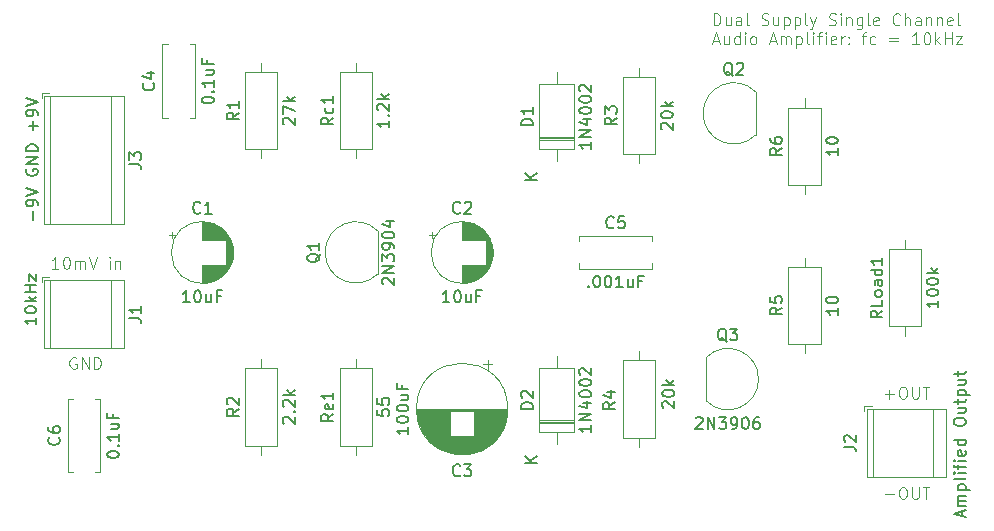
<source format=gbr>
%TF.GenerationSoftware,KiCad,Pcbnew,7.0.11-7.0.11~ubuntu20.04.1*%
%TF.CreationDate,2024-04-30T23:20:12-04:00*%
%TF.ProjectId,AudioAmpEEL,41756469-6f41-46d7-9045-454c2e6b6963,rev?*%
%TF.SameCoordinates,Original*%
%TF.FileFunction,Legend,Top*%
%TF.FilePolarity,Positive*%
%FSLAX46Y46*%
G04 Gerber Fmt 4.6, Leading zero omitted, Abs format (unit mm)*
G04 Created by KiCad (PCBNEW 7.0.11-7.0.11~ubuntu20.04.1) date 2024-04-30 23:20:12*
%MOMM*%
%LPD*%
G01*
G04 APERTURE LIST*
%ADD10C,0.100000*%
%ADD11C,0.150000*%
%ADD12C,0.120000*%
G04 APERTURE END LIST*
D10*
X162303884Y-73762419D02*
X162303884Y-72762419D01*
X162303884Y-72762419D02*
X162541979Y-72762419D01*
X162541979Y-72762419D02*
X162684836Y-72810038D01*
X162684836Y-72810038D02*
X162780074Y-72905276D01*
X162780074Y-72905276D02*
X162827693Y-73000514D01*
X162827693Y-73000514D02*
X162875312Y-73190990D01*
X162875312Y-73190990D02*
X162875312Y-73333847D01*
X162875312Y-73333847D02*
X162827693Y-73524323D01*
X162827693Y-73524323D02*
X162780074Y-73619561D01*
X162780074Y-73619561D02*
X162684836Y-73714800D01*
X162684836Y-73714800D02*
X162541979Y-73762419D01*
X162541979Y-73762419D02*
X162303884Y-73762419D01*
X163732455Y-73095752D02*
X163732455Y-73762419D01*
X163303884Y-73095752D02*
X163303884Y-73619561D01*
X163303884Y-73619561D02*
X163351503Y-73714800D01*
X163351503Y-73714800D02*
X163446741Y-73762419D01*
X163446741Y-73762419D02*
X163589598Y-73762419D01*
X163589598Y-73762419D02*
X163684836Y-73714800D01*
X163684836Y-73714800D02*
X163732455Y-73667180D01*
X164637217Y-73762419D02*
X164637217Y-73238609D01*
X164637217Y-73238609D02*
X164589598Y-73143371D01*
X164589598Y-73143371D02*
X164494360Y-73095752D01*
X164494360Y-73095752D02*
X164303884Y-73095752D01*
X164303884Y-73095752D02*
X164208646Y-73143371D01*
X164637217Y-73714800D02*
X164541979Y-73762419D01*
X164541979Y-73762419D02*
X164303884Y-73762419D01*
X164303884Y-73762419D02*
X164208646Y-73714800D01*
X164208646Y-73714800D02*
X164161027Y-73619561D01*
X164161027Y-73619561D02*
X164161027Y-73524323D01*
X164161027Y-73524323D02*
X164208646Y-73429085D01*
X164208646Y-73429085D02*
X164303884Y-73381466D01*
X164303884Y-73381466D02*
X164541979Y-73381466D01*
X164541979Y-73381466D02*
X164637217Y-73333847D01*
X165256265Y-73762419D02*
X165161027Y-73714800D01*
X165161027Y-73714800D02*
X165113408Y-73619561D01*
X165113408Y-73619561D02*
X165113408Y-72762419D01*
X166351504Y-73714800D02*
X166494361Y-73762419D01*
X166494361Y-73762419D02*
X166732456Y-73762419D01*
X166732456Y-73762419D02*
X166827694Y-73714800D01*
X166827694Y-73714800D02*
X166875313Y-73667180D01*
X166875313Y-73667180D02*
X166922932Y-73571942D01*
X166922932Y-73571942D02*
X166922932Y-73476704D01*
X166922932Y-73476704D02*
X166875313Y-73381466D01*
X166875313Y-73381466D02*
X166827694Y-73333847D01*
X166827694Y-73333847D02*
X166732456Y-73286228D01*
X166732456Y-73286228D02*
X166541980Y-73238609D01*
X166541980Y-73238609D02*
X166446742Y-73190990D01*
X166446742Y-73190990D02*
X166399123Y-73143371D01*
X166399123Y-73143371D02*
X166351504Y-73048133D01*
X166351504Y-73048133D02*
X166351504Y-72952895D01*
X166351504Y-72952895D02*
X166399123Y-72857657D01*
X166399123Y-72857657D02*
X166446742Y-72810038D01*
X166446742Y-72810038D02*
X166541980Y-72762419D01*
X166541980Y-72762419D02*
X166780075Y-72762419D01*
X166780075Y-72762419D02*
X166922932Y-72810038D01*
X167780075Y-73095752D02*
X167780075Y-73762419D01*
X167351504Y-73095752D02*
X167351504Y-73619561D01*
X167351504Y-73619561D02*
X167399123Y-73714800D01*
X167399123Y-73714800D02*
X167494361Y-73762419D01*
X167494361Y-73762419D02*
X167637218Y-73762419D01*
X167637218Y-73762419D02*
X167732456Y-73714800D01*
X167732456Y-73714800D02*
X167780075Y-73667180D01*
X168256266Y-73095752D02*
X168256266Y-74095752D01*
X168256266Y-73143371D02*
X168351504Y-73095752D01*
X168351504Y-73095752D02*
X168541980Y-73095752D01*
X168541980Y-73095752D02*
X168637218Y-73143371D01*
X168637218Y-73143371D02*
X168684837Y-73190990D01*
X168684837Y-73190990D02*
X168732456Y-73286228D01*
X168732456Y-73286228D02*
X168732456Y-73571942D01*
X168732456Y-73571942D02*
X168684837Y-73667180D01*
X168684837Y-73667180D02*
X168637218Y-73714800D01*
X168637218Y-73714800D02*
X168541980Y-73762419D01*
X168541980Y-73762419D02*
X168351504Y-73762419D01*
X168351504Y-73762419D02*
X168256266Y-73714800D01*
X169161028Y-73095752D02*
X169161028Y-74095752D01*
X169161028Y-73143371D02*
X169256266Y-73095752D01*
X169256266Y-73095752D02*
X169446742Y-73095752D01*
X169446742Y-73095752D02*
X169541980Y-73143371D01*
X169541980Y-73143371D02*
X169589599Y-73190990D01*
X169589599Y-73190990D02*
X169637218Y-73286228D01*
X169637218Y-73286228D02*
X169637218Y-73571942D01*
X169637218Y-73571942D02*
X169589599Y-73667180D01*
X169589599Y-73667180D02*
X169541980Y-73714800D01*
X169541980Y-73714800D02*
X169446742Y-73762419D01*
X169446742Y-73762419D02*
X169256266Y-73762419D01*
X169256266Y-73762419D02*
X169161028Y-73714800D01*
X170208647Y-73762419D02*
X170113409Y-73714800D01*
X170113409Y-73714800D02*
X170065790Y-73619561D01*
X170065790Y-73619561D02*
X170065790Y-72762419D01*
X170494362Y-73095752D02*
X170732457Y-73762419D01*
X170970552Y-73095752D02*
X170732457Y-73762419D01*
X170732457Y-73762419D02*
X170637219Y-74000514D01*
X170637219Y-74000514D02*
X170589600Y-74048133D01*
X170589600Y-74048133D02*
X170494362Y-74095752D01*
X172065791Y-73714800D02*
X172208648Y-73762419D01*
X172208648Y-73762419D02*
X172446743Y-73762419D01*
X172446743Y-73762419D02*
X172541981Y-73714800D01*
X172541981Y-73714800D02*
X172589600Y-73667180D01*
X172589600Y-73667180D02*
X172637219Y-73571942D01*
X172637219Y-73571942D02*
X172637219Y-73476704D01*
X172637219Y-73476704D02*
X172589600Y-73381466D01*
X172589600Y-73381466D02*
X172541981Y-73333847D01*
X172541981Y-73333847D02*
X172446743Y-73286228D01*
X172446743Y-73286228D02*
X172256267Y-73238609D01*
X172256267Y-73238609D02*
X172161029Y-73190990D01*
X172161029Y-73190990D02*
X172113410Y-73143371D01*
X172113410Y-73143371D02*
X172065791Y-73048133D01*
X172065791Y-73048133D02*
X172065791Y-72952895D01*
X172065791Y-72952895D02*
X172113410Y-72857657D01*
X172113410Y-72857657D02*
X172161029Y-72810038D01*
X172161029Y-72810038D02*
X172256267Y-72762419D01*
X172256267Y-72762419D02*
X172494362Y-72762419D01*
X172494362Y-72762419D02*
X172637219Y-72810038D01*
X173065791Y-73762419D02*
X173065791Y-73095752D01*
X173065791Y-72762419D02*
X173018172Y-72810038D01*
X173018172Y-72810038D02*
X173065791Y-72857657D01*
X173065791Y-72857657D02*
X173113410Y-72810038D01*
X173113410Y-72810038D02*
X173065791Y-72762419D01*
X173065791Y-72762419D02*
X173065791Y-72857657D01*
X173541981Y-73095752D02*
X173541981Y-73762419D01*
X173541981Y-73190990D02*
X173589600Y-73143371D01*
X173589600Y-73143371D02*
X173684838Y-73095752D01*
X173684838Y-73095752D02*
X173827695Y-73095752D01*
X173827695Y-73095752D02*
X173922933Y-73143371D01*
X173922933Y-73143371D02*
X173970552Y-73238609D01*
X173970552Y-73238609D02*
X173970552Y-73762419D01*
X174875314Y-73095752D02*
X174875314Y-73905276D01*
X174875314Y-73905276D02*
X174827695Y-74000514D01*
X174827695Y-74000514D02*
X174780076Y-74048133D01*
X174780076Y-74048133D02*
X174684838Y-74095752D01*
X174684838Y-74095752D02*
X174541981Y-74095752D01*
X174541981Y-74095752D02*
X174446743Y-74048133D01*
X174875314Y-73714800D02*
X174780076Y-73762419D01*
X174780076Y-73762419D02*
X174589600Y-73762419D01*
X174589600Y-73762419D02*
X174494362Y-73714800D01*
X174494362Y-73714800D02*
X174446743Y-73667180D01*
X174446743Y-73667180D02*
X174399124Y-73571942D01*
X174399124Y-73571942D02*
X174399124Y-73286228D01*
X174399124Y-73286228D02*
X174446743Y-73190990D01*
X174446743Y-73190990D02*
X174494362Y-73143371D01*
X174494362Y-73143371D02*
X174589600Y-73095752D01*
X174589600Y-73095752D02*
X174780076Y-73095752D01*
X174780076Y-73095752D02*
X174875314Y-73143371D01*
X175494362Y-73762419D02*
X175399124Y-73714800D01*
X175399124Y-73714800D02*
X175351505Y-73619561D01*
X175351505Y-73619561D02*
X175351505Y-72762419D01*
X176256267Y-73714800D02*
X176161029Y-73762419D01*
X176161029Y-73762419D02*
X175970553Y-73762419D01*
X175970553Y-73762419D02*
X175875315Y-73714800D01*
X175875315Y-73714800D02*
X175827696Y-73619561D01*
X175827696Y-73619561D02*
X175827696Y-73238609D01*
X175827696Y-73238609D02*
X175875315Y-73143371D01*
X175875315Y-73143371D02*
X175970553Y-73095752D01*
X175970553Y-73095752D02*
X176161029Y-73095752D01*
X176161029Y-73095752D02*
X176256267Y-73143371D01*
X176256267Y-73143371D02*
X176303886Y-73238609D01*
X176303886Y-73238609D02*
X176303886Y-73333847D01*
X176303886Y-73333847D02*
X175827696Y-73429085D01*
X178065791Y-73667180D02*
X178018172Y-73714800D01*
X178018172Y-73714800D02*
X177875315Y-73762419D01*
X177875315Y-73762419D02*
X177780077Y-73762419D01*
X177780077Y-73762419D02*
X177637220Y-73714800D01*
X177637220Y-73714800D02*
X177541982Y-73619561D01*
X177541982Y-73619561D02*
X177494363Y-73524323D01*
X177494363Y-73524323D02*
X177446744Y-73333847D01*
X177446744Y-73333847D02*
X177446744Y-73190990D01*
X177446744Y-73190990D02*
X177494363Y-73000514D01*
X177494363Y-73000514D02*
X177541982Y-72905276D01*
X177541982Y-72905276D02*
X177637220Y-72810038D01*
X177637220Y-72810038D02*
X177780077Y-72762419D01*
X177780077Y-72762419D02*
X177875315Y-72762419D01*
X177875315Y-72762419D02*
X178018172Y-72810038D01*
X178018172Y-72810038D02*
X178065791Y-72857657D01*
X178494363Y-73762419D02*
X178494363Y-72762419D01*
X178922934Y-73762419D02*
X178922934Y-73238609D01*
X178922934Y-73238609D02*
X178875315Y-73143371D01*
X178875315Y-73143371D02*
X178780077Y-73095752D01*
X178780077Y-73095752D02*
X178637220Y-73095752D01*
X178637220Y-73095752D02*
X178541982Y-73143371D01*
X178541982Y-73143371D02*
X178494363Y-73190990D01*
X179827696Y-73762419D02*
X179827696Y-73238609D01*
X179827696Y-73238609D02*
X179780077Y-73143371D01*
X179780077Y-73143371D02*
X179684839Y-73095752D01*
X179684839Y-73095752D02*
X179494363Y-73095752D01*
X179494363Y-73095752D02*
X179399125Y-73143371D01*
X179827696Y-73714800D02*
X179732458Y-73762419D01*
X179732458Y-73762419D02*
X179494363Y-73762419D01*
X179494363Y-73762419D02*
X179399125Y-73714800D01*
X179399125Y-73714800D02*
X179351506Y-73619561D01*
X179351506Y-73619561D02*
X179351506Y-73524323D01*
X179351506Y-73524323D02*
X179399125Y-73429085D01*
X179399125Y-73429085D02*
X179494363Y-73381466D01*
X179494363Y-73381466D02*
X179732458Y-73381466D01*
X179732458Y-73381466D02*
X179827696Y-73333847D01*
X180303887Y-73095752D02*
X180303887Y-73762419D01*
X180303887Y-73190990D02*
X180351506Y-73143371D01*
X180351506Y-73143371D02*
X180446744Y-73095752D01*
X180446744Y-73095752D02*
X180589601Y-73095752D01*
X180589601Y-73095752D02*
X180684839Y-73143371D01*
X180684839Y-73143371D02*
X180732458Y-73238609D01*
X180732458Y-73238609D02*
X180732458Y-73762419D01*
X181208649Y-73095752D02*
X181208649Y-73762419D01*
X181208649Y-73190990D02*
X181256268Y-73143371D01*
X181256268Y-73143371D02*
X181351506Y-73095752D01*
X181351506Y-73095752D02*
X181494363Y-73095752D01*
X181494363Y-73095752D02*
X181589601Y-73143371D01*
X181589601Y-73143371D02*
X181637220Y-73238609D01*
X181637220Y-73238609D02*
X181637220Y-73762419D01*
X182494363Y-73714800D02*
X182399125Y-73762419D01*
X182399125Y-73762419D02*
X182208649Y-73762419D01*
X182208649Y-73762419D02*
X182113411Y-73714800D01*
X182113411Y-73714800D02*
X182065792Y-73619561D01*
X182065792Y-73619561D02*
X182065792Y-73238609D01*
X182065792Y-73238609D02*
X182113411Y-73143371D01*
X182113411Y-73143371D02*
X182208649Y-73095752D01*
X182208649Y-73095752D02*
X182399125Y-73095752D01*
X182399125Y-73095752D02*
X182494363Y-73143371D01*
X182494363Y-73143371D02*
X182541982Y-73238609D01*
X182541982Y-73238609D02*
X182541982Y-73333847D01*
X182541982Y-73333847D02*
X182065792Y-73429085D01*
X183113411Y-73762419D02*
X183018173Y-73714800D01*
X183018173Y-73714800D02*
X182970554Y-73619561D01*
X182970554Y-73619561D02*
X182970554Y-72762419D01*
X162256265Y-75086704D02*
X162732455Y-75086704D01*
X162161027Y-75372419D02*
X162494360Y-74372419D01*
X162494360Y-74372419D02*
X162827693Y-75372419D01*
X163589598Y-74705752D02*
X163589598Y-75372419D01*
X163161027Y-74705752D02*
X163161027Y-75229561D01*
X163161027Y-75229561D02*
X163208646Y-75324800D01*
X163208646Y-75324800D02*
X163303884Y-75372419D01*
X163303884Y-75372419D02*
X163446741Y-75372419D01*
X163446741Y-75372419D02*
X163541979Y-75324800D01*
X163541979Y-75324800D02*
X163589598Y-75277180D01*
X164494360Y-75372419D02*
X164494360Y-74372419D01*
X164494360Y-75324800D02*
X164399122Y-75372419D01*
X164399122Y-75372419D02*
X164208646Y-75372419D01*
X164208646Y-75372419D02*
X164113408Y-75324800D01*
X164113408Y-75324800D02*
X164065789Y-75277180D01*
X164065789Y-75277180D02*
X164018170Y-75181942D01*
X164018170Y-75181942D02*
X164018170Y-74896228D01*
X164018170Y-74896228D02*
X164065789Y-74800990D01*
X164065789Y-74800990D02*
X164113408Y-74753371D01*
X164113408Y-74753371D02*
X164208646Y-74705752D01*
X164208646Y-74705752D02*
X164399122Y-74705752D01*
X164399122Y-74705752D02*
X164494360Y-74753371D01*
X164970551Y-75372419D02*
X164970551Y-74705752D01*
X164970551Y-74372419D02*
X164922932Y-74420038D01*
X164922932Y-74420038D02*
X164970551Y-74467657D01*
X164970551Y-74467657D02*
X165018170Y-74420038D01*
X165018170Y-74420038D02*
X164970551Y-74372419D01*
X164970551Y-74372419D02*
X164970551Y-74467657D01*
X165589598Y-75372419D02*
X165494360Y-75324800D01*
X165494360Y-75324800D02*
X165446741Y-75277180D01*
X165446741Y-75277180D02*
X165399122Y-75181942D01*
X165399122Y-75181942D02*
X165399122Y-74896228D01*
X165399122Y-74896228D02*
X165446741Y-74800990D01*
X165446741Y-74800990D02*
X165494360Y-74753371D01*
X165494360Y-74753371D02*
X165589598Y-74705752D01*
X165589598Y-74705752D02*
X165732455Y-74705752D01*
X165732455Y-74705752D02*
X165827693Y-74753371D01*
X165827693Y-74753371D02*
X165875312Y-74800990D01*
X165875312Y-74800990D02*
X165922931Y-74896228D01*
X165922931Y-74896228D02*
X165922931Y-75181942D01*
X165922931Y-75181942D02*
X165875312Y-75277180D01*
X165875312Y-75277180D02*
X165827693Y-75324800D01*
X165827693Y-75324800D02*
X165732455Y-75372419D01*
X165732455Y-75372419D02*
X165589598Y-75372419D01*
X167065789Y-75086704D02*
X167541979Y-75086704D01*
X166970551Y-75372419D02*
X167303884Y-74372419D01*
X167303884Y-74372419D02*
X167637217Y-75372419D01*
X167970551Y-75372419D02*
X167970551Y-74705752D01*
X167970551Y-74800990D02*
X168018170Y-74753371D01*
X168018170Y-74753371D02*
X168113408Y-74705752D01*
X168113408Y-74705752D02*
X168256265Y-74705752D01*
X168256265Y-74705752D02*
X168351503Y-74753371D01*
X168351503Y-74753371D02*
X168399122Y-74848609D01*
X168399122Y-74848609D02*
X168399122Y-75372419D01*
X168399122Y-74848609D02*
X168446741Y-74753371D01*
X168446741Y-74753371D02*
X168541979Y-74705752D01*
X168541979Y-74705752D02*
X168684836Y-74705752D01*
X168684836Y-74705752D02*
X168780075Y-74753371D01*
X168780075Y-74753371D02*
X168827694Y-74848609D01*
X168827694Y-74848609D02*
X168827694Y-75372419D01*
X169303884Y-74705752D02*
X169303884Y-75705752D01*
X169303884Y-74753371D02*
X169399122Y-74705752D01*
X169399122Y-74705752D02*
X169589598Y-74705752D01*
X169589598Y-74705752D02*
X169684836Y-74753371D01*
X169684836Y-74753371D02*
X169732455Y-74800990D01*
X169732455Y-74800990D02*
X169780074Y-74896228D01*
X169780074Y-74896228D02*
X169780074Y-75181942D01*
X169780074Y-75181942D02*
X169732455Y-75277180D01*
X169732455Y-75277180D02*
X169684836Y-75324800D01*
X169684836Y-75324800D02*
X169589598Y-75372419D01*
X169589598Y-75372419D02*
X169399122Y-75372419D01*
X169399122Y-75372419D02*
X169303884Y-75324800D01*
X170351503Y-75372419D02*
X170256265Y-75324800D01*
X170256265Y-75324800D02*
X170208646Y-75229561D01*
X170208646Y-75229561D02*
X170208646Y-74372419D01*
X170732456Y-75372419D02*
X170732456Y-74705752D01*
X170732456Y-74372419D02*
X170684837Y-74420038D01*
X170684837Y-74420038D02*
X170732456Y-74467657D01*
X170732456Y-74467657D02*
X170780075Y-74420038D01*
X170780075Y-74420038D02*
X170732456Y-74372419D01*
X170732456Y-74372419D02*
X170732456Y-74467657D01*
X171065789Y-74705752D02*
X171446741Y-74705752D01*
X171208646Y-75372419D02*
X171208646Y-74515276D01*
X171208646Y-74515276D02*
X171256265Y-74420038D01*
X171256265Y-74420038D02*
X171351503Y-74372419D01*
X171351503Y-74372419D02*
X171446741Y-74372419D01*
X171780075Y-75372419D02*
X171780075Y-74705752D01*
X171780075Y-74372419D02*
X171732456Y-74420038D01*
X171732456Y-74420038D02*
X171780075Y-74467657D01*
X171780075Y-74467657D02*
X171827694Y-74420038D01*
X171827694Y-74420038D02*
X171780075Y-74372419D01*
X171780075Y-74372419D02*
X171780075Y-74467657D01*
X172637217Y-75324800D02*
X172541979Y-75372419D01*
X172541979Y-75372419D02*
X172351503Y-75372419D01*
X172351503Y-75372419D02*
X172256265Y-75324800D01*
X172256265Y-75324800D02*
X172208646Y-75229561D01*
X172208646Y-75229561D02*
X172208646Y-74848609D01*
X172208646Y-74848609D02*
X172256265Y-74753371D01*
X172256265Y-74753371D02*
X172351503Y-74705752D01*
X172351503Y-74705752D02*
X172541979Y-74705752D01*
X172541979Y-74705752D02*
X172637217Y-74753371D01*
X172637217Y-74753371D02*
X172684836Y-74848609D01*
X172684836Y-74848609D02*
X172684836Y-74943847D01*
X172684836Y-74943847D02*
X172208646Y-75039085D01*
X173113408Y-75372419D02*
X173113408Y-74705752D01*
X173113408Y-74896228D02*
X173161027Y-74800990D01*
X173161027Y-74800990D02*
X173208646Y-74753371D01*
X173208646Y-74753371D02*
X173303884Y-74705752D01*
X173303884Y-74705752D02*
X173399122Y-74705752D01*
X173732456Y-75277180D02*
X173780075Y-75324800D01*
X173780075Y-75324800D02*
X173732456Y-75372419D01*
X173732456Y-75372419D02*
X173684837Y-75324800D01*
X173684837Y-75324800D02*
X173732456Y-75277180D01*
X173732456Y-75277180D02*
X173732456Y-75372419D01*
X173732456Y-74753371D02*
X173780075Y-74800990D01*
X173780075Y-74800990D02*
X173732456Y-74848609D01*
X173732456Y-74848609D02*
X173684837Y-74800990D01*
X173684837Y-74800990D02*
X173732456Y-74753371D01*
X173732456Y-74753371D02*
X173732456Y-74848609D01*
X174827694Y-74705752D02*
X175208646Y-74705752D01*
X174970551Y-75372419D02*
X174970551Y-74515276D01*
X174970551Y-74515276D02*
X175018170Y-74420038D01*
X175018170Y-74420038D02*
X175113408Y-74372419D01*
X175113408Y-74372419D02*
X175208646Y-74372419D01*
X175970551Y-75324800D02*
X175875313Y-75372419D01*
X175875313Y-75372419D02*
X175684837Y-75372419D01*
X175684837Y-75372419D02*
X175589599Y-75324800D01*
X175589599Y-75324800D02*
X175541980Y-75277180D01*
X175541980Y-75277180D02*
X175494361Y-75181942D01*
X175494361Y-75181942D02*
X175494361Y-74896228D01*
X175494361Y-74896228D02*
X175541980Y-74800990D01*
X175541980Y-74800990D02*
X175589599Y-74753371D01*
X175589599Y-74753371D02*
X175684837Y-74705752D01*
X175684837Y-74705752D02*
X175875313Y-74705752D01*
X175875313Y-74705752D02*
X175970551Y-74753371D01*
X177161028Y-74848609D02*
X177922933Y-74848609D01*
X177922933Y-75134323D02*
X177161028Y-75134323D01*
X179684837Y-75372419D02*
X179113409Y-75372419D01*
X179399123Y-75372419D02*
X179399123Y-74372419D01*
X179399123Y-74372419D02*
X179303885Y-74515276D01*
X179303885Y-74515276D02*
X179208647Y-74610514D01*
X179208647Y-74610514D02*
X179113409Y-74658133D01*
X180303885Y-74372419D02*
X180399123Y-74372419D01*
X180399123Y-74372419D02*
X180494361Y-74420038D01*
X180494361Y-74420038D02*
X180541980Y-74467657D01*
X180541980Y-74467657D02*
X180589599Y-74562895D01*
X180589599Y-74562895D02*
X180637218Y-74753371D01*
X180637218Y-74753371D02*
X180637218Y-74991466D01*
X180637218Y-74991466D02*
X180589599Y-75181942D01*
X180589599Y-75181942D02*
X180541980Y-75277180D01*
X180541980Y-75277180D02*
X180494361Y-75324800D01*
X180494361Y-75324800D02*
X180399123Y-75372419D01*
X180399123Y-75372419D02*
X180303885Y-75372419D01*
X180303885Y-75372419D02*
X180208647Y-75324800D01*
X180208647Y-75324800D02*
X180161028Y-75277180D01*
X180161028Y-75277180D02*
X180113409Y-75181942D01*
X180113409Y-75181942D02*
X180065790Y-74991466D01*
X180065790Y-74991466D02*
X180065790Y-74753371D01*
X180065790Y-74753371D02*
X180113409Y-74562895D01*
X180113409Y-74562895D02*
X180161028Y-74467657D01*
X180161028Y-74467657D02*
X180208647Y-74420038D01*
X180208647Y-74420038D02*
X180303885Y-74372419D01*
X181065790Y-75372419D02*
X181065790Y-74372419D01*
X181161028Y-74991466D02*
X181446742Y-75372419D01*
X181446742Y-74705752D02*
X181065790Y-75086704D01*
X181875314Y-75372419D02*
X181875314Y-74372419D01*
X181875314Y-74848609D02*
X182446742Y-74848609D01*
X182446742Y-75372419D02*
X182446742Y-74372419D01*
X182827695Y-74705752D02*
X183351504Y-74705752D01*
X183351504Y-74705752D02*
X182827695Y-75372419D01*
X182827695Y-75372419D02*
X183351504Y-75372419D01*
X108327693Y-101920038D02*
X108232455Y-101872419D01*
X108232455Y-101872419D02*
X108089598Y-101872419D01*
X108089598Y-101872419D02*
X107946741Y-101920038D01*
X107946741Y-101920038D02*
X107851503Y-102015276D01*
X107851503Y-102015276D02*
X107803884Y-102110514D01*
X107803884Y-102110514D02*
X107756265Y-102300990D01*
X107756265Y-102300990D02*
X107756265Y-102443847D01*
X107756265Y-102443847D02*
X107803884Y-102634323D01*
X107803884Y-102634323D02*
X107851503Y-102729561D01*
X107851503Y-102729561D02*
X107946741Y-102824800D01*
X107946741Y-102824800D02*
X108089598Y-102872419D01*
X108089598Y-102872419D02*
X108184836Y-102872419D01*
X108184836Y-102872419D02*
X108327693Y-102824800D01*
X108327693Y-102824800D02*
X108375312Y-102777180D01*
X108375312Y-102777180D02*
X108375312Y-102443847D01*
X108375312Y-102443847D02*
X108184836Y-102443847D01*
X108803884Y-102872419D02*
X108803884Y-101872419D01*
X108803884Y-101872419D02*
X109375312Y-102872419D01*
X109375312Y-102872419D02*
X109375312Y-101872419D01*
X109851503Y-102872419D02*
X109851503Y-101872419D01*
X109851503Y-101872419D02*
X110089598Y-101872419D01*
X110089598Y-101872419D02*
X110232455Y-101920038D01*
X110232455Y-101920038D02*
X110327693Y-102015276D01*
X110327693Y-102015276D02*
X110375312Y-102110514D01*
X110375312Y-102110514D02*
X110422931Y-102300990D01*
X110422931Y-102300990D02*
X110422931Y-102443847D01*
X110422931Y-102443847D02*
X110375312Y-102634323D01*
X110375312Y-102634323D02*
X110327693Y-102729561D01*
X110327693Y-102729561D02*
X110232455Y-102824800D01*
X110232455Y-102824800D02*
X110089598Y-102872419D01*
X110089598Y-102872419D02*
X109851503Y-102872419D01*
X176803884Y-104991466D02*
X177565789Y-104991466D01*
X177184836Y-105372419D02*
X177184836Y-104610514D01*
X178232455Y-104372419D02*
X178422931Y-104372419D01*
X178422931Y-104372419D02*
X178518169Y-104420038D01*
X178518169Y-104420038D02*
X178613407Y-104515276D01*
X178613407Y-104515276D02*
X178661026Y-104705752D01*
X178661026Y-104705752D02*
X178661026Y-105039085D01*
X178661026Y-105039085D02*
X178613407Y-105229561D01*
X178613407Y-105229561D02*
X178518169Y-105324800D01*
X178518169Y-105324800D02*
X178422931Y-105372419D01*
X178422931Y-105372419D02*
X178232455Y-105372419D01*
X178232455Y-105372419D02*
X178137217Y-105324800D01*
X178137217Y-105324800D02*
X178041979Y-105229561D01*
X178041979Y-105229561D02*
X177994360Y-105039085D01*
X177994360Y-105039085D02*
X177994360Y-104705752D01*
X177994360Y-104705752D02*
X178041979Y-104515276D01*
X178041979Y-104515276D02*
X178137217Y-104420038D01*
X178137217Y-104420038D02*
X178232455Y-104372419D01*
X179089598Y-104372419D02*
X179089598Y-105181942D01*
X179089598Y-105181942D02*
X179137217Y-105277180D01*
X179137217Y-105277180D02*
X179184836Y-105324800D01*
X179184836Y-105324800D02*
X179280074Y-105372419D01*
X179280074Y-105372419D02*
X179470550Y-105372419D01*
X179470550Y-105372419D02*
X179565788Y-105324800D01*
X179565788Y-105324800D02*
X179613407Y-105277180D01*
X179613407Y-105277180D02*
X179661026Y-105181942D01*
X179661026Y-105181942D02*
X179661026Y-104372419D01*
X179994360Y-104372419D02*
X180565788Y-104372419D01*
X180280074Y-105372419D02*
X180280074Y-104372419D01*
X176803884Y-113491466D02*
X177565789Y-113491466D01*
X178232455Y-112872419D02*
X178422931Y-112872419D01*
X178422931Y-112872419D02*
X178518169Y-112920038D01*
X178518169Y-112920038D02*
X178613407Y-113015276D01*
X178613407Y-113015276D02*
X178661026Y-113205752D01*
X178661026Y-113205752D02*
X178661026Y-113539085D01*
X178661026Y-113539085D02*
X178613407Y-113729561D01*
X178613407Y-113729561D02*
X178518169Y-113824800D01*
X178518169Y-113824800D02*
X178422931Y-113872419D01*
X178422931Y-113872419D02*
X178232455Y-113872419D01*
X178232455Y-113872419D02*
X178137217Y-113824800D01*
X178137217Y-113824800D02*
X178041979Y-113729561D01*
X178041979Y-113729561D02*
X177994360Y-113539085D01*
X177994360Y-113539085D02*
X177994360Y-113205752D01*
X177994360Y-113205752D02*
X178041979Y-113015276D01*
X178041979Y-113015276D02*
X178137217Y-112920038D01*
X178137217Y-112920038D02*
X178232455Y-112872419D01*
X179089598Y-112872419D02*
X179089598Y-113681942D01*
X179089598Y-113681942D02*
X179137217Y-113777180D01*
X179137217Y-113777180D02*
X179184836Y-113824800D01*
X179184836Y-113824800D02*
X179280074Y-113872419D01*
X179280074Y-113872419D02*
X179470550Y-113872419D01*
X179470550Y-113872419D02*
X179565788Y-113824800D01*
X179565788Y-113824800D02*
X179613407Y-113777180D01*
X179613407Y-113777180D02*
X179661026Y-113681942D01*
X179661026Y-113681942D02*
X179661026Y-112872419D01*
X179994360Y-112872419D02*
X180565788Y-112872419D01*
X180280074Y-113872419D02*
X180280074Y-112872419D01*
X106827693Y-94372419D02*
X106256265Y-94372419D01*
X106541979Y-94372419D02*
X106541979Y-93372419D01*
X106541979Y-93372419D02*
X106446741Y-93515276D01*
X106446741Y-93515276D02*
X106351503Y-93610514D01*
X106351503Y-93610514D02*
X106256265Y-93658133D01*
X107446741Y-93372419D02*
X107541979Y-93372419D01*
X107541979Y-93372419D02*
X107637217Y-93420038D01*
X107637217Y-93420038D02*
X107684836Y-93467657D01*
X107684836Y-93467657D02*
X107732455Y-93562895D01*
X107732455Y-93562895D02*
X107780074Y-93753371D01*
X107780074Y-93753371D02*
X107780074Y-93991466D01*
X107780074Y-93991466D02*
X107732455Y-94181942D01*
X107732455Y-94181942D02*
X107684836Y-94277180D01*
X107684836Y-94277180D02*
X107637217Y-94324800D01*
X107637217Y-94324800D02*
X107541979Y-94372419D01*
X107541979Y-94372419D02*
X107446741Y-94372419D01*
X107446741Y-94372419D02*
X107351503Y-94324800D01*
X107351503Y-94324800D02*
X107303884Y-94277180D01*
X107303884Y-94277180D02*
X107256265Y-94181942D01*
X107256265Y-94181942D02*
X107208646Y-93991466D01*
X107208646Y-93991466D02*
X107208646Y-93753371D01*
X107208646Y-93753371D02*
X107256265Y-93562895D01*
X107256265Y-93562895D02*
X107303884Y-93467657D01*
X107303884Y-93467657D02*
X107351503Y-93420038D01*
X107351503Y-93420038D02*
X107446741Y-93372419D01*
X108208646Y-94372419D02*
X108208646Y-93705752D01*
X108208646Y-93800990D02*
X108256265Y-93753371D01*
X108256265Y-93753371D02*
X108351503Y-93705752D01*
X108351503Y-93705752D02*
X108494360Y-93705752D01*
X108494360Y-93705752D02*
X108589598Y-93753371D01*
X108589598Y-93753371D02*
X108637217Y-93848609D01*
X108637217Y-93848609D02*
X108637217Y-94372419D01*
X108637217Y-93848609D02*
X108684836Y-93753371D01*
X108684836Y-93753371D02*
X108780074Y-93705752D01*
X108780074Y-93705752D02*
X108922931Y-93705752D01*
X108922931Y-93705752D02*
X109018170Y-93753371D01*
X109018170Y-93753371D02*
X109065789Y-93848609D01*
X109065789Y-93848609D02*
X109065789Y-94372419D01*
X109399122Y-93372419D02*
X109732455Y-94372419D01*
X109732455Y-94372419D02*
X110065788Y-93372419D01*
X111161027Y-94372419D02*
X111161027Y-93705752D01*
X111161027Y-93372419D02*
X111113408Y-93420038D01*
X111113408Y-93420038D02*
X111161027Y-93467657D01*
X111161027Y-93467657D02*
X111208646Y-93420038D01*
X111208646Y-93420038D02*
X111161027Y-93372419D01*
X111161027Y-93372419D02*
X111161027Y-93467657D01*
X111637217Y-93705752D02*
X111637217Y-94372419D01*
X111637217Y-93800990D02*
X111684836Y-93753371D01*
X111684836Y-93753371D02*
X111780074Y-93705752D01*
X111780074Y-93705752D02*
X111922931Y-93705752D01*
X111922931Y-93705752D02*
X112018169Y-93753371D01*
X112018169Y-93753371D02*
X112065788Y-93848609D01*
X112065788Y-93848609D02*
X112065788Y-94372419D01*
D11*
X140833333Y-89609580D02*
X140785714Y-89657200D01*
X140785714Y-89657200D02*
X140642857Y-89704819D01*
X140642857Y-89704819D02*
X140547619Y-89704819D01*
X140547619Y-89704819D02*
X140404762Y-89657200D01*
X140404762Y-89657200D02*
X140309524Y-89561961D01*
X140309524Y-89561961D02*
X140261905Y-89466723D01*
X140261905Y-89466723D02*
X140214286Y-89276247D01*
X140214286Y-89276247D02*
X140214286Y-89133390D01*
X140214286Y-89133390D02*
X140261905Y-88942914D01*
X140261905Y-88942914D02*
X140309524Y-88847676D01*
X140309524Y-88847676D02*
X140404762Y-88752438D01*
X140404762Y-88752438D02*
X140547619Y-88704819D01*
X140547619Y-88704819D02*
X140642857Y-88704819D01*
X140642857Y-88704819D02*
X140785714Y-88752438D01*
X140785714Y-88752438D02*
X140833333Y-88800057D01*
X141214286Y-88800057D02*
X141261905Y-88752438D01*
X141261905Y-88752438D02*
X141357143Y-88704819D01*
X141357143Y-88704819D02*
X141595238Y-88704819D01*
X141595238Y-88704819D02*
X141690476Y-88752438D01*
X141690476Y-88752438D02*
X141738095Y-88800057D01*
X141738095Y-88800057D02*
X141785714Y-88895295D01*
X141785714Y-88895295D02*
X141785714Y-88990533D01*
X141785714Y-88990533D02*
X141738095Y-89133390D01*
X141738095Y-89133390D02*
X141166667Y-89704819D01*
X141166667Y-89704819D02*
X141785714Y-89704819D01*
X139928571Y-97204819D02*
X139357143Y-97204819D01*
X139642857Y-97204819D02*
X139642857Y-96204819D01*
X139642857Y-96204819D02*
X139547619Y-96347676D01*
X139547619Y-96347676D02*
X139452381Y-96442914D01*
X139452381Y-96442914D02*
X139357143Y-96490533D01*
X140547619Y-96204819D02*
X140642857Y-96204819D01*
X140642857Y-96204819D02*
X140738095Y-96252438D01*
X140738095Y-96252438D02*
X140785714Y-96300057D01*
X140785714Y-96300057D02*
X140833333Y-96395295D01*
X140833333Y-96395295D02*
X140880952Y-96585771D01*
X140880952Y-96585771D02*
X140880952Y-96823866D01*
X140880952Y-96823866D02*
X140833333Y-97014342D01*
X140833333Y-97014342D02*
X140785714Y-97109580D01*
X140785714Y-97109580D02*
X140738095Y-97157200D01*
X140738095Y-97157200D02*
X140642857Y-97204819D01*
X140642857Y-97204819D02*
X140547619Y-97204819D01*
X140547619Y-97204819D02*
X140452381Y-97157200D01*
X140452381Y-97157200D02*
X140404762Y-97109580D01*
X140404762Y-97109580D02*
X140357143Y-97014342D01*
X140357143Y-97014342D02*
X140309524Y-96823866D01*
X140309524Y-96823866D02*
X140309524Y-96585771D01*
X140309524Y-96585771D02*
X140357143Y-96395295D01*
X140357143Y-96395295D02*
X140404762Y-96300057D01*
X140404762Y-96300057D02*
X140452381Y-96252438D01*
X140452381Y-96252438D02*
X140547619Y-96204819D01*
X141738095Y-96538152D02*
X141738095Y-97204819D01*
X141309524Y-96538152D02*
X141309524Y-97061961D01*
X141309524Y-97061961D02*
X141357143Y-97157200D01*
X141357143Y-97157200D02*
X141452381Y-97204819D01*
X141452381Y-97204819D02*
X141595238Y-97204819D01*
X141595238Y-97204819D02*
X141690476Y-97157200D01*
X141690476Y-97157200D02*
X141738095Y-97109580D01*
X142547619Y-96681009D02*
X142214286Y-96681009D01*
X142214286Y-97204819D02*
X142214286Y-96204819D01*
X142214286Y-96204819D02*
X142690476Y-96204819D01*
X154084819Y-81586666D02*
X153608628Y-81919999D01*
X154084819Y-82158094D02*
X153084819Y-82158094D01*
X153084819Y-82158094D02*
X153084819Y-81777142D01*
X153084819Y-81777142D02*
X153132438Y-81681904D01*
X153132438Y-81681904D02*
X153180057Y-81634285D01*
X153180057Y-81634285D02*
X153275295Y-81586666D01*
X153275295Y-81586666D02*
X153418152Y-81586666D01*
X153418152Y-81586666D02*
X153513390Y-81634285D01*
X153513390Y-81634285D02*
X153561009Y-81681904D01*
X153561009Y-81681904D02*
X153608628Y-81777142D01*
X153608628Y-81777142D02*
X153608628Y-82158094D01*
X153084819Y-81253332D02*
X153084819Y-80634285D01*
X153084819Y-80634285D02*
X153465771Y-80967618D01*
X153465771Y-80967618D02*
X153465771Y-80824761D01*
X153465771Y-80824761D02*
X153513390Y-80729523D01*
X153513390Y-80729523D02*
X153561009Y-80681904D01*
X153561009Y-80681904D02*
X153656247Y-80634285D01*
X153656247Y-80634285D02*
X153894342Y-80634285D01*
X153894342Y-80634285D02*
X153989580Y-80681904D01*
X153989580Y-80681904D02*
X154037200Y-80729523D01*
X154037200Y-80729523D02*
X154084819Y-80824761D01*
X154084819Y-80824761D02*
X154084819Y-81110475D01*
X154084819Y-81110475D02*
X154037200Y-81205713D01*
X154037200Y-81205713D02*
X153989580Y-81253332D01*
X157920057Y-82586666D02*
X157872438Y-82539047D01*
X157872438Y-82539047D02*
X157824819Y-82443809D01*
X157824819Y-82443809D02*
X157824819Y-82205714D01*
X157824819Y-82205714D02*
X157872438Y-82110476D01*
X157872438Y-82110476D02*
X157920057Y-82062857D01*
X157920057Y-82062857D02*
X158015295Y-82015238D01*
X158015295Y-82015238D02*
X158110533Y-82015238D01*
X158110533Y-82015238D02*
X158253390Y-82062857D01*
X158253390Y-82062857D02*
X158824819Y-82634285D01*
X158824819Y-82634285D02*
X158824819Y-82015238D01*
X157824819Y-81396190D02*
X157824819Y-81300952D01*
X157824819Y-81300952D02*
X157872438Y-81205714D01*
X157872438Y-81205714D02*
X157920057Y-81158095D01*
X157920057Y-81158095D02*
X158015295Y-81110476D01*
X158015295Y-81110476D02*
X158205771Y-81062857D01*
X158205771Y-81062857D02*
X158443866Y-81062857D01*
X158443866Y-81062857D02*
X158634342Y-81110476D01*
X158634342Y-81110476D02*
X158729580Y-81158095D01*
X158729580Y-81158095D02*
X158777200Y-81205714D01*
X158777200Y-81205714D02*
X158824819Y-81300952D01*
X158824819Y-81300952D02*
X158824819Y-81396190D01*
X158824819Y-81396190D02*
X158777200Y-81491428D01*
X158777200Y-81491428D02*
X158729580Y-81539047D01*
X158729580Y-81539047D02*
X158634342Y-81586666D01*
X158634342Y-81586666D02*
X158443866Y-81634285D01*
X158443866Y-81634285D02*
X158205771Y-81634285D01*
X158205771Y-81634285D02*
X158015295Y-81586666D01*
X158015295Y-81586666D02*
X157920057Y-81539047D01*
X157920057Y-81539047D02*
X157872438Y-81491428D01*
X157872438Y-81491428D02*
X157824819Y-81396190D01*
X158824819Y-80634285D02*
X157824819Y-80634285D01*
X158443866Y-80539047D02*
X158824819Y-80253333D01*
X158158152Y-80253333D02*
X158539104Y-80634285D01*
X146984819Y-106238094D02*
X145984819Y-106238094D01*
X145984819Y-106238094D02*
X145984819Y-105999999D01*
X145984819Y-105999999D02*
X146032438Y-105857142D01*
X146032438Y-105857142D02*
X146127676Y-105761904D01*
X146127676Y-105761904D02*
X146222914Y-105714285D01*
X146222914Y-105714285D02*
X146413390Y-105666666D01*
X146413390Y-105666666D02*
X146556247Y-105666666D01*
X146556247Y-105666666D02*
X146746723Y-105714285D01*
X146746723Y-105714285D02*
X146841961Y-105761904D01*
X146841961Y-105761904D02*
X146937200Y-105857142D01*
X146937200Y-105857142D02*
X146984819Y-105999999D01*
X146984819Y-105999999D02*
X146984819Y-106238094D01*
X146080057Y-105285713D02*
X146032438Y-105238094D01*
X146032438Y-105238094D02*
X145984819Y-105142856D01*
X145984819Y-105142856D02*
X145984819Y-104904761D01*
X145984819Y-104904761D02*
X146032438Y-104809523D01*
X146032438Y-104809523D02*
X146080057Y-104761904D01*
X146080057Y-104761904D02*
X146175295Y-104714285D01*
X146175295Y-104714285D02*
X146270533Y-104714285D01*
X146270533Y-104714285D02*
X146413390Y-104761904D01*
X146413390Y-104761904D02*
X146984819Y-105333332D01*
X146984819Y-105333332D02*
X146984819Y-104714285D01*
X151924819Y-107642857D02*
X151924819Y-108214285D01*
X151924819Y-107928571D02*
X150924819Y-107928571D01*
X150924819Y-107928571D02*
X151067676Y-108023809D01*
X151067676Y-108023809D02*
X151162914Y-108119047D01*
X151162914Y-108119047D02*
X151210533Y-108214285D01*
X151924819Y-107214285D02*
X150924819Y-107214285D01*
X150924819Y-107214285D02*
X151924819Y-106642857D01*
X151924819Y-106642857D02*
X150924819Y-106642857D01*
X151258152Y-105738095D02*
X151924819Y-105738095D01*
X150877200Y-105976190D02*
X151591485Y-106214285D01*
X151591485Y-106214285D02*
X151591485Y-105595238D01*
X150924819Y-105023809D02*
X150924819Y-104928571D01*
X150924819Y-104928571D02*
X150972438Y-104833333D01*
X150972438Y-104833333D02*
X151020057Y-104785714D01*
X151020057Y-104785714D02*
X151115295Y-104738095D01*
X151115295Y-104738095D02*
X151305771Y-104690476D01*
X151305771Y-104690476D02*
X151543866Y-104690476D01*
X151543866Y-104690476D02*
X151734342Y-104738095D01*
X151734342Y-104738095D02*
X151829580Y-104785714D01*
X151829580Y-104785714D02*
X151877200Y-104833333D01*
X151877200Y-104833333D02*
X151924819Y-104928571D01*
X151924819Y-104928571D02*
X151924819Y-105023809D01*
X151924819Y-105023809D02*
X151877200Y-105119047D01*
X151877200Y-105119047D02*
X151829580Y-105166666D01*
X151829580Y-105166666D02*
X151734342Y-105214285D01*
X151734342Y-105214285D02*
X151543866Y-105261904D01*
X151543866Y-105261904D02*
X151305771Y-105261904D01*
X151305771Y-105261904D02*
X151115295Y-105214285D01*
X151115295Y-105214285D02*
X151020057Y-105166666D01*
X151020057Y-105166666D02*
X150972438Y-105119047D01*
X150972438Y-105119047D02*
X150924819Y-105023809D01*
X150924819Y-104071428D02*
X150924819Y-103976190D01*
X150924819Y-103976190D02*
X150972438Y-103880952D01*
X150972438Y-103880952D02*
X151020057Y-103833333D01*
X151020057Y-103833333D02*
X151115295Y-103785714D01*
X151115295Y-103785714D02*
X151305771Y-103738095D01*
X151305771Y-103738095D02*
X151543866Y-103738095D01*
X151543866Y-103738095D02*
X151734342Y-103785714D01*
X151734342Y-103785714D02*
X151829580Y-103833333D01*
X151829580Y-103833333D02*
X151877200Y-103880952D01*
X151877200Y-103880952D02*
X151924819Y-103976190D01*
X151924819Y-103976190D02*
X151924819Y-104071428D01*
X151924819Y-104071428D02*
X151877200Y-104166666D01*
X151877200Y-104166666D02*
X151829580Y-104214285D01*
X151829580Y-104214285D02*
X151734342Y-104261904D01*
X151734342Y-104261904D02*
X151543866Y-104309523D01*
X151543866Y-104309523D02*
X151305771Y-104309523D01*
X151305771Y-104309523D02*
X151115295Y-104261904D01*
X151115295Y-104261904D02*
X151020057Y-104214285D01*
X151020057Y-104214285D02*
X150972438Y-104166666D01*
X150972438Y-104166666D02*
X150924819Y-104071428D01*
X151020057Y-103357142D02*
X150972438Y-103309523D01*
X150972438Y-103309523D02*
X150924819Y-103214285D01*
X150924819Y-103214285D02*
X150924819Y-102976190D01*
X150924819Y-102976190D02*
X150972438Y-102880952D01*
X150972438Y-102880952D02*
X151020057Y-102833333D01*
X151020057Y-102833333D02*
X151115295Y-102785714D01*
X151115295Y-102785714D02*
X151210533Y-102785714D01*
X151210533Y-102785714D02*
X151353390Y-102833333D01*
X151353390Y-102833333D02*
X151924819Y-103404761D01*
X151924819Y-103404761D02*
X151924819Y-102785714D01*
X147354819Y-110841904D02*
X146354819Y-110841904D01*
X147354819Y-110270476D02*
X146783390Y-110699047D01*
X146354819Y-110270476D02*
X146926247Y-110841904D01*
X112824819Y-85523333D02*
X113539104Y-85523333D01*
X113539104Y-85523333D02*
X113681961Y-85570952D01*
X113681961Y-85570952D02*
X113777200Y-85666190D01*
X113777200Y-85666190D02*
X113824819Y-85809047D01*
X113824819Y-85809047D02*
X113824819Y-85904285D01*
X112824819Y-85142380D02*
X112824819Y-84523333D01*
X112824819Y-84523333D02*
X113205771Y-84856666D01*
X113205771Y-84856666D02*
X113205771Y-84713809D01*
X113205771Y-84713809D02*
X113253390Y-84618571D01*
X113253390Y-84618571D02*
X113301009Y-84570952D01*
X113301009Y-84570952D02*
X113396247Y-84523333D01*
X113396247Y-84523333D02*
X113634342Y-84523333D01*
X113634342Y-84523333D02*
X113729580Y-84570952D01*
X113729580Y-84570952D02*
X113777200Y-84618571D01*
X113777200Y-84618571D02*
X113824819Y-84713809D01*
X113824819Y-84713809D02*
X113824819Y-84999523D01*
X113824819Y-84999523D02*
X113777200Y-85094761D01*
X113777200Y-85094761D02*
X113729580Y-85142380D01*
X104703866Y-90285237D02*
X104703866Y-89523333D01*
X105084819Y-88999523D02*
X105084819Y-88809047D01*
X105084819Y-88809047D02*
X105037200Y-88713809D01*
X105037200Y-88713809D02*
X104989580Y-88666190D01*
X104989580Y-88666190D02*
X104846723Y-88570952D01*
X104846723Y-88570952D02*
X104656247Y-88523333D01*
X104656247Y-88523333D02*
X104275295Y-88523333D01*
X104275295Y-88523333D02*
X104180057Y-88570952D01*
X104180057Y-88570952D02*
X104132438Y-88618571D01*
X104132438Y-88618571D02*
X104084819Y-88713809D01*
X104084819Y-88713809D02*
X104084819Y-88904285D01*
X104084819Y-88904285D02*
X104132438Y-88999523D01*
X104132438Y-88999523D02*
X104180057Y-89047142D01*
X104180057Y-89047142D02*
X104275295Y-89094761D01*
X104275295Y-89094761D02*
X104513390Y-89094761D01*
X104513390Y-89094761D02*
X104608628Y-89047142D01*
X104608628Y-89047142D02*
X104656247Y-88999523D01*
X104656247Y-88999523D02*
X104703866Y-88904285D01*
X104703866Y-88904285D02*
X104703866Y-88713809D01*
X104703866Y-88713809D02*
X104656247Y-88618571D01*
X104656247Y-88618571D02*
X104608628Y-88570952D01*
X104608628Y-88570952D02*
X104513390Y-88523333D01*
X104084819Y-88237618D02*
X105084819Y-87904285D01*
X105084819Y-87904285D02*
X104084819Y-87570952D01*
X104132438Y-85951904D02*
X104084819Y-86047142D01*
X104084819Y-86047142D02*
X104084819Y-86189999D01*
X104084819Y-86189999D02*
X104132438Y-86332856D01*
X104132438Y-86332856D02*
X104227676Y-86428094D01*
X104227676Y-86428094D02*
X104322914Y-86475713D01*
X104322914Y-86475713D02*
X104513390Y-86523332D01*
X104513390Y-86523332D02*
X104656247Y-86523332D01*
X104656247Y-86523332D02*
X104846723Y-86475713D01*
X104846723Y-86475713D02*
X104941961Y-86428094D01*
X104941961Y-86428094D02*
X105037200Y-86332856D01*
X105037200Y-86332856D02*
X105084819Y-86189999D01*
X105084819Y-86189999D02*
X105084819Y-86094761D01*
X105084819Y-86094761D02*
X105037200Y-85951904D01*
X105037200Y-85951904D02*
X104989580Y-85904285D01*
X104989580Y-85904285D02*
X104656247Y-85904285D01*
X104656247Y-85904285D02*
X104656247Y-86094761D01*
X105084819Y-85475713D02*
X104084819Y-85475713D01*
X104084819Y-85475713D02*
X105084819Y-84904285D01*
X105084819Y-84904285D02*
X104084819Y-84904285D01*
X105084819Y-84428094D02*
X104084819Y-84428094D01*
X104084819Y-84428094D02*
X104084819Y-84189999D01*
X104084819Y-84189999D02*
X104132438Y-84047142D01*
X104132438Y-84047142D02*
X104227676Y-83951904D01*
X104227676Y-83951904D02*
X104322914Y-83904285D01*
X104322914Y-83904285D02*
X104513390Y-83856666D01*
X104513390Y-83856666D02*
X104656247Y-83856666D01*
X104656247Y-83856666D02*
X104846723Y-83904285D01*
X104846723Y-83904285D02*
X104941961Y-83951904D01*
X104941961Y-83951904D02*
X105037200Y-84047142D01*
X105037200Y-84047142D02*
X105084819Y-84189999D01*
X105084819Y-84189999D02*
X105084819Y-84428094D01*
X104703866Y-82666189D02*
X104703866Y-81904285D01*
X105084819Y-82285237D02*
X104322914Y-82285237D01*
X105084819Y-81380475D02*
X105084819Y-81189999D01*
X105084819Y-81189999D02*
X105037200Y-81094761D01*
X105037200Y-81094761D02*
X104989580Y-81047142D01*
X104989580Y-81047142D02*
X104846723Y-80951904D01*
X104846723Y-80951904D02*
X104656247Y-80904285D01*
X104656247Y-80904285D02*
X104275295Y-80904285D01*
X104275295Y-80904285D02*
X104180057Y-80951904D01*
X104180057Y-80951904D02*
X104132438Y-80999523D01*
X104132438Y-80999523D02*
X104084819Y-81094761D01*
X104084819Y-81094761D02*
X104084819Y-81285237D01*
X104084819Y-81285237D02*
X104132438Y-81380475D01*
X104132438Y-81380475D02*
X104180057Y-81428094D01*
X104180057Y-81428094D02*
X104275295Y-81475713D01*
X104275295Y-81475713D02*
X104513390Y-81475713D01*
X104513390Y-81475713D02*
X104608628Y-81428094D01*
X104608628Y-81428094D02*
X104656247Y-81380475D01*
X104656247Y-81380475D02*
X104703866Y-81285237D01*
X104703866Y-81285237D02*
X104703866Y-81094761D01*
X104703866Y-81094761D02*
X104656247Y-80999523D01*
X104656247Y-80999523D02*
X104608628Y-80951904D01*
X104608628Y-80951904D02*
X104513390Y-80904285D01*
X104084819Y-80618570D02*
X105084819Y-80285237D01*
X105084819Y-80285237D02*
X104084819Y-79951904D01*
X176584819Y-97928571D02*
X176108628Y-98261904D01*
X176584819Y-98499999D02*
X175584819Y-98499999D01*
X175584819Y-98499999D02*
X175584819Y-98119047D01*
X175584819Y-98119047D02*
X175632438Y-98023809D01*
X175632438Y-98023809D02*
X175680057Y-97976190D01*
X175680057Y-97976190D02*
X175775295Y-97928571D01*
X175775295Y-97928571D02*
X175918152Y-97928571D01*
X175918152Y-97928571D02*
X176013390Y-97976190D01*
X176013390Y-97976190D02*
X176061009Y-98023809D01*
X176061009Y-98023809D02*
X176108628Y-98119047D01*
X176108628Y-98119047D02*
X176108628Y-98499999D01*
X176584819Y-97023809D02*
X176584819Y-97499999D01*
X176584819Y-97499999D02*
X175584819Y-97499999D01*
X176584819Y-96547618D02*
X176537200Y-96642856D01*
X176537200Y-96642856D02*
X176489580Y-96690475D01*
X176489580Y-96690475D02*
X176394342Y-96738094D01*
X176394342Y-96738094D02*
X176108628Y-96738094D01*
X176108628Y-96738094D02*
X176013390Y-96690475D01*
X176013390Y-96690475D02*
X175965771Y-96642856D01*
X175965771Y-96642856D02*
X175918152Y-96547618D01*
X175918152Y-96547618D02*
X175918152Y-96404761D01*
X175918152Y-96404761D02*
X175965771Y-96309523D01*
X175965771Y-96309523D02*
X176013390Y-96261904D01*
X176013390Y-96261904D02*
X176108628Y-96214285D01*
X176108628Y-96214285D02*
X176394342Y-96214285D01*
X176394342Y-96214285D02*
X176489580Y-96261904D01*
X176489580Y-96261904D02*
X176537200Y-96309523D01*
X176537200Y-96309523D02*
X176584819Y-96404761D01*
X176584819Y-96404761D02*
X176584819Y-96547618D01*
X176584819Y-95357142D02*
X176061009Y-95357142D01*
X176061009Y-95357142D02*
X175965771Y-95404761D01*
X175965771Y-95404761D02*
X175918152Y-95499999D01*
X175918152Y-95499999D02*
X175918152Y-95690475D01*
X175918152Y-95690475D02*
X175965771Y-95785713D01*
X176537200Y-95357142D02*
X176584819Y-95452380D01*
X176584819Y-95452380D02*
X176584819Y-95690475D01*
X176584819Y-95690475D02*
X176537200Y-95785713D01*
X176537200Y-95785713D02*
X176441961Y-95833332D01*
X176441961Y-95833332D02*
X176346723Y-95833332D01*
X176346723Y-95833332D02*
X176251485Y-95785713D01*
X176251485Y-95785713D02*
X176203866Y-95690475D01*
X176203866Y-95690475D02*
X176203866Y-95452380D01*
X176203866Y-95452380D02*
X176156247Y-95357142D01*
X176584819Y-94452380D02*
X175584819Y-94452380D01*
X176537200Y-94452380D02*
X176584819Y-94547618D01*
X176584819Y-94547618D02*
X176584819Y-94738094D01*
X176584819Y-94738094D02*
X176537200Y-94833332D01*
X176537200Y-94833332D02*
X176489580Y-94880951D01*
X176489580Y-94880951D02*
X176394342Y-94928570D01*
X176394342Y-94928570D02*
X176108628Y-94928570D01*
X176108628Y-94928570D02*
X176013390Y-94880951D01*
X176013390Y-94880951D02*
X175965771Y-94833332D01*
X175965771Y-94833332D02*
X175918152Y-94738094D01*
X175918152Y-94738094D02*
X175918152Y-94547618D01*
X175918152Y-94547618D02*
X175965771Y-94452380D01*
X176584819Y-93452380D02*
X176584819Y-94023808D01*
X176584819Y-93738094D02*
X175584819Y-93738094D01*
X175584819Y-93738094D02*
X175727676Y-93833332D01*
X175727676Y-93833332D02*
X175822914Y-93928570D01*
X175822914Y-93928570D02*
X175870533Y-94023808D01*
X181324819Y-97071428D02*
X181324819Y-97642856D01*
X181324819Y-97357142D02*
X180324819Y-97357142D01*
X180324819Y-97357142D02*
X180467676Y-97452380D01*
X180467676Y-97452380D02*
X180562914Y-97547618D01*
X180562914Y-97547618D02*
X180610533Y-97642856D01*
X180324819Y-96452380D02*
X180324819Y-96357142D01*
X180324819Y-96357142D02*
X180372438Y-96261904D01*
X180372438Y-96261904D02*
X180420057Y-96214285D01*
X180420057Y-96214285D02*
X180515295Y-96166666D01*
X180515295Y-96166666D02*
X180705771Y-96119047D01*
X180705771Y-96119047D02*
X180943866Y-96119047D01*
X180943866Y-96119047D02*
X181134342Y-96166666D01*
X181134342Y-96166666D02*
X181229580Y-96214285D01*
X181229580Y-96214285D02*
X181277200Y-96261904D01*
X181277200Y-96261904D02*
X181324819Y-96357142D01*
X181324819Y-96357142D02*
X181324819Y-96452380D01*
X181324819Y-96452380D02*
X181277200Y-96547618D01*
X181277200Y-96547618D02*
X181229580Y-96595237D01*
X181229580Y-96595237D02*
X181134342Y-96642856D01*
X181134342Y-96642856D02*
X180943866Y-96690475D01*
X180943866Y-96690475D02*
X180705771Y-96690475D01*
X180705771Y-96690475D02*
X180515295Y-96642856D01*
X180515295Y-96642856D02*
X180420057Y-96595237D01*
X180420057Y-96595237D02*
X180372438Y-96547618D01*
X180372438Y-96547618D02*
X180324819Y-96452380D01*
X180324819Y-95499999D02*
X180324819Y-95404761D01*
X180324819Y-95404761D02*
X180372438Y-95309523D01*
X180372438Y-95309523D02*
X180420057Y-95261904D01*
X180420057Y-95261904D02*
X180515295Y-95214285D01*
X180515295Y-95214285D02*
X180705771Y-95166666D01*
X180705771Y-95166666D02*
X180943866Y-95166666D01*
X180943866Y-95166666D02*
X181134342Y-95214285D01*
X181134342Y-95214285D02*
X181229580Y-95261904D01*
X181229580Y-95261904D02*
X181277200Y-95309523D01*
X181277200Y-95309523D02*
X181324819Y-95404761D01*
X181324819Y-95404761D02*
X181324819Y-95499999D01*
X181324819Y-95499999D02*
X181277200Y-95595237D01*
X181277200Y-95595237D02*
X181229580Y-95642856D01*
X181229580Y-95642856D02*
X181134342Y-95690475D01*
X181134342Y-95690475D02*
X180943866Y-95738094D01*
X180943866Y-95738094D02*
X180705771Y-95738094D01*
X180705771Y-95738094D02*
X180515295Y-95690475D01*
X180515295Y-95690475D02*
X180420057Y-95642856D01*
X180420057Y-95642856D02*
X180372438Y-95595237D01*
X180372438Y-95595237D02*
X180324819Y-95499999D01*
X181324819Y-94738094D02*
X180324819Y-94738094D01*
X180943866Y-94642856D02*
X181324819Y-94357142D01*
X180658152Y-94357142D02*
X181039104Y-94738094D01*
X153954819Y-105666666D02*
X153478628Y-105999999D01*
X153954819Y-106238094D02*
X152954819Y-106238094D01*
X152954819Y-106238094D02*
X152954819Y-105857142D01*
X152954819Y-105857142D02*
X153002438Y-105761904D01*
X153002438Y-105761904D02*
X153050057Y-105714285D01*
X153050057Y-105714285D02*
X153145295Y-105666666D01*
X153145295Y-105666666D02*
X153288152Y-105666666D01*
X153288152Y-105666666D02*
X153383390Y-105714285D01*
X153383390Y-105714285D02*
X153431009Y-105761904D01*
X153431009Y-105761904D02*
X153478628Y-105857142D01*
X153478628Y-105857142D02*
X153478628Y-106238094D01*
X153288152Y-104809523D02*
X153954819Y-104809523D01*
X152907200Y-105047618D02*
X153621485Y-105285713D01*
X153621485Y-105285713D02*
X153621485Y-104666666D01*
X158050057Y-106166666D02*
X158002438Y-106119047D01*
X158002438Y-106119047D02*
X157954819Y-106023809D01*
X157954819Y-106023809D02*
X157954819Y-105785714D01*
X157954819Y-105785714D02*
X158002438Y-105690476D01*
X158002438Y-105690476D02*
X158050057Y-105642857D01*
X158050057Y-105642857D02*
X158145295Y-105595238D01*
X158145295Y-105595238D02*
X158240533Y-105595238D01*
X158240533Y-105595238D02*
X158383390Y-105642857D01*
X158383390Y-105642857D02*
X158954819Y-106214285D01*
X158954819Y-106214285D02*
X158954819Y-105595238D01*
X157954819Y-104976190D02*
X157954819Y-104880952D01*
X157954819Y-104880952D02*
X158002438Y-104785714D01*
X158002438Y-104785714D02*
X158050057Y-104738095D01*
X158050057Y-104738095D02*
X158145295Y-104690476D01*
X158145295Y-104690476D02*
X158335771Y-104642857D01*
X158335771Y-104642857D02*
X158573866Y-104642857D01*
X158573866Y-104642857D02*
X158764342Y-104690476D01*
X158764342Y-104690476D02*
X158859580Y-104738095D01*
X158859580Y-104738095D02*
X158907200Y-104785714D01*
X158907200Y-104785714D02*
X158954819Y-104880952D01*
X158954819Y-104880952D02*
X158954819Y-104976190D01*
X158954819Y-104976190D02*
X158907200Y-105071428D01*
X158907200Y-105071428D02*
X158859580Y-105119047D01*
X158859580Y-105119047D02*
X158764342Y-105166666D01*
X158764342Y-105166666D02*
X158573866Y-105214285D01*
X158573866Y-105214285D02*
X158335771Y-105214285D01*
X158335771Y-105214285D02*
X158145295Y-105166666D01*
X158145295Y-105166666D02*
X158050057Y-105119047D01*
X158050057Y-105119047D02*
X158002438Y-105071428D01*
X158002438Y-105071428D02*
X157954819Y-104976190D01*
X158954819Y-104214285D02*
X157954819Y-104214285D01*
X158573866Y-104119047D02*
X158954819Y-103833333D01*
X158288152Y-103833333D02*
X158669104Y-104214285D01*
X106859580Y-108666666D02*
X106907200Y-108714285D01*
X106907200Y-108714285D02*
X106954819Y-108857142D01*
X106954819Y-108857142D02*
X106954819Y-108952380D01*
X106954819Y-108952380D02*
X106907200Y-109095237D01*
X106907200Y-109095237D02*
X106811961Y-109190475D01*
X106811961Y-109190475D02*
X106716723Y-109238094D01*
X106716723Y-109238094D02*
X106526247Y-109285713D01*
X106526247Y-109285713D02*
X106383390Y-109285713D01*
X106383390Y-109285713D02*
X106192914Y-109238094D01*
X106192914Y-109238094D02*
X106097676Y-109190475D01*
X106097676Y-109190475D02*
X106002438Y-109095237D01*
X106002438Y-109095237D02*
X105954819Y-108952380D01*
X105954819Y-108952380D02*
X105954819Y-108857142D01*
X105954819Y-108857142D02*
X106002438Y-108714285D01*
X106002438Y-108714285D02*
X106050057Y-108666666D01*
X105954819Y-107809523D02*
X105954819Y-107999999D01*
X105954819Y-107999999D02*
X106002438Y-108095237D01*
X106002438Y-108095237D02*
X106050057Y-108142856D01*
X106050057Y-108142856D02*
X106192914Y-108238094D01*
X106192914Y-108238094D02*
X106383390Y-108285713D01*
X106383390Y-108285713D02*
X106764342Y-108285713D01*
X106764342Y-108285713D02*
X106859580Y-108238094D01*
X106859580Y-108238094D02*
X106907200Y-108190475D01*
X106907200Y-108190475D02*
X106954819Y-108095237D01*
X106954819Y-108095237D02*
X106954819Y-107904761D01*
X106954819Y-107904761D02*
X106907200Y-107809523D01*
X106907200Y-107809523D02*
X106859580Y-107761904D01*
X106859580Y-107761904D02*
X106764342Y-107714285D01*
X106764342Y-107714285D02*
X106526247Y-107714285D01*
X106526247Y-107714285D02*
X106431009Y-107761904D01*
X106431009Y-107761904D02*
X106383390Y-107809523D01*
X106383390Y-107809523D02*
X106335771Y-107904761D01*
X106335771Y-107904761D02*
X106335771Y-108095237D01*
X106335771Y-108095237D02*
X106383390Y-108190475D01*
X106383390Y-108190475D02*
X106431009Y-108238094D01*
X106431009Y-108238094D02*
X106526247Y-108285713D01*
X110954819Y-110142856D02*
X110954819Y-110047618D01*
X110954819Y-110047618D02*
X111002438Y-109952380D01*
X111002438Y-109952380D02*
X111050057Y-109904761D01*
X111050057Y-109904761D02*
X111145295Y-109857142D01*
X111145295Y-109857142D02*
X111335771Y-109809523D01*
X111335771Y-109809523D02*
X111573866Y-109809523D01*
X111573866Y-109809523D02*
X111764342Y-109857142D01*
X111764342Y-109857142D02*
X111859580Y-109904761D01*
X111859580Y-109904761D02*
X111907200Y-109952380D01*
X111907200Y-109952380D02*
X111954819Y-110047618D01*
X111954819Y-110047618D02*
X111954819Y-110142856D01*
X111954819Y-110142856D02*
X111907200Y-110238094D01*
X111907200Y-110238094D02*
X111859580Y-110285713D01*
X111859580Y-110285713D02*
X111764342Y-110333332D01*
X111764342Y-110333332D02*
X111573866Y-110380951D01*
X111573866Y-110380951D02*
X111335771Y-110380951D01*
X111335771Y-110380951D02*
X111145295Y-110333332D01*
X111145295Y-110333332D02*
X111050057Y-110285713D01*
X111050057Y-110285713D02*
X111002438Y-110238094D01*
X111002438Y-110238094D02*
X110954819Y-110142856D01*
X111859580Y-109380951D02*
X111907200Y-109333332D01*
X111907200Y-109333332D02*
X111954819Y-109380951D01*
X111954819Y-109380951D02*
X111907200Y-109428570D01*
X111907200Y-109428570D02*
X111859580Y-109380951D01*
X111859580Y-109380951D02*
X111954819Y-109380951D01*
X111954819Y-108380952D02*
X111954819Y-108952380D01*
X111954819Y-108666666D02*
X110954819Y-108666666D01*
X110954819Y-108666666D02*
X111097676Y-108761904D01*
X111097676Y-108761904D02*
X111192914Y-108857142D01*
X111192914Y-108857142D02*
X111240533Y-108952380D01*
X111288152Y-107523809D02*
X111954819Y-107523809D01*
X111288152Y-107952380D02*
X111811961Y-107952380D01*
X111811961Y-107952380D02*
X111907200Y-107904761D01*
X111907200Y-107904761D02*
X111954819Y-107809523D01*
X111954819Y-107809523D02*
X111954819Y-107666666D01*
X111954819Y-107666666D02*
X111907200Y-107571428D01*
X111907200Y-107571428D02*
X111859580Y-107523809D01*
X111431009Y-106714285D02*
X111431009Y-107047618D01*
X111954819Y-107047618D02*
X110954819Y-107047618D01*
X110954819Y-107047618D02*
X110954819Y-106571428D01*
X112824819Y-98563333D02*
X113539104Y-98563333D01*
X113539104Y-98563333D02*
X113681961Y-98610952D01*
X113681961Y-98610952D02*
X113777200Y-98706190D01*
X113777200Y-98706190D02*
X113824819Y-98849047D01*
X113824819Y-98849047D02*
X113824819Y-98944285D01*
X113824819Y-97563333D02*
X113824819Y-98134761D01*
X113824819Y-97849047D02*
X112824819Y-97849047D01*
X112824819Y-97849047D02*
X112967676Y-97944285D01*
X112967676Y-97944285D02*
X113062914Y-98039523D01*
X113062914Y-98039523D02*
X113110533Y-98134761D01*
X104954819Y-98523809D02*
X104954819Y-99095237D01*
X104954819Y-98809523D02*
X103954819Y-98809523D01*
X103954819Y-98809523D02*
X104097676Y-98904761D01*
X104097676Y-98904761D02*
X104192914Y-98999999D01*
X104192914Y-98999999D02*
X104240533Y-99095237D01*
X103954819Y-97904761D02*
X103954819Y-97809523D01*
X103954819Y-97809523D02*
X104002438Y-97714285D01*
X104002438Y-97714285D02*
X104050057Y-97666666D01*
X104050057Y-97666666D02*
X104145295Y-97619047D01*
X104145295Y-97619047D02*
X104335771Y-97571428D01*
X104335771Y-97571428D02*
X104573866Y-97571428D01*
X104573866Y-97571428D02*
X104764342Y-97619047D01*
X104764342Y-97619047D02*
X104859580Y-97666666D01*
X104859580Y-97666666D02*
X104907200Y-97714285D01*
X104907200Y-97714285D02*
X104954819Y-97809523D01*
X104954819Y-97809523D02*
X104954819Y-97904761D01*
X104954819Y-97904761D02*
X104907200Y-97999999D01*
X104907200Y-97999999D02*
X104859580Y-98047618D01*
X104859580Y-98047618D02*
X104764342Y-98095237D01*
X104764342Y-98095237D02*
X104573866Y-98142856D01*
X104573866Y-98142856D02*
X104335771Y-98142856D01*
X104335771Y-98142856D02*
X104145295Y-98095237D01*
X104145295Y-98095237D02*
X104050057Y-98047618D01*
X104050057Y-98047618D02*
X104002438Y-97999999D01*
X104002438Y-97999999D02*
X103954819Y-97904761D01*
X104954819Y-97142856D02*
X103954819Y-97142856D01*
X104573866Y-97047618D02*
X104954819Y-96761904D01*
X104288152Y-96761904D02*
X104669104Y-97142856D01*
X104954819Y-96333332D02*
X103954819Y-96333332D01*
X104431009Y-96333332D02*
X104431009Y-95761904D01*
X104954819Y-95761904D02*
X103954819Y-95761904D01*
X104288152Y-95380951D02*
X104288152Y-94857142D01*
X104288152Y-94857142D02*
X104954819Y-95380951D01*
X104954819Y-95380951D02*
X104954819Y-94857142D01*
X163404761Y-100550057D02*
X163309523Y-100502438D01*
X163309523Y-100502438D02*
X163214285Y-100407200D01*
X163214285Y-100407200D02*
X163071428Y-100264342D01*
X163071428Y-100264342D02*
X162976190Y-100216723D01*
X162976190Y-100216723D02*
X162880952Y-100216723D01*
X162928571Y-100454819D02*
X162833333Y-100407200D01*
X162833333Y-100407200D02*
X162738095Y-100311961D01*
X162738095Y-100311961D02*
X162690476Y-100121485D01*
X162690476Y-100121485D02*
X162690476Y-99788152D01*
X162690476Y-99788152D02*
X162738095Y-99597676D01*
X162738095Y-99597676D02*
X162833333Y-99502438D01*
X162833333Y-99502438D02*
X162928571Y-99454819D01*
X162928571Y-99454819D02*
X163119047Y-99454819D01*
X163119047Y-99454819D02*
X163214285Y-99502438D01*
X163214285Y-99502438D02*
X163309523Y-99597676D01*
X163309523Y-99597676D02*
X163357142Y-99788152D01*
X163357142Y-99788152D02*
X163357142Y-100121485D01*
X163357142Y-100121485D02*
X163309523Y-100311961D01*
X163309523Y-100311961D02*
X163214285Y-100407200D01*
X163214285Y-100407200D02*
X163119047Y-100454819D01*
X163119047Y-100454819D02*
X162928571Y-100454819D01*
X163690476Y-99454819D02*
X164309523Y-99454819D01*
X164309523Y-99454819D02*
X163976190Y-99835771D01*
X163976190Y-99835771D02*
X164119047Y-99835771D01*
X164119047Y-99835771D02*
X164214285Y-99883390D01*
X164214285Y-99883390D02*
X164261904Y-99931009D01*
X164261904Y-99931009D02*
X164309523Y-100026247D01*
X164309523Y-100026247D02*
X164309523Y-100264342D01*
X164309523Y-100264342D02*
X164261904Y-100359580D01*
X164261904Y-100359580D02*
X164214285Y-100407200D01*
X164214285Y-100407200D02*
X164119047Y-100454819D01*
X164119047Y-100454819D02*
X163833333Y-100454819D01*
X163833333Y-100454819D02*
X163738095Y-100407200D01*
X163738095Y-100407200D02*
X163690476Y-100359580D01*
X160785714Y-107050057D02*
X160833333Y-107002438D01*
X160833333Y-107002438D02*
X160928571Y-106954819D01*
X160928571Y-106954819D02*
X161166666Y-106954819D01*
X161166666Y-106954819D02*
X161261904Y-107002438D01*
X161261904Y-107002438D02*
X161309523Y-107050057D01*
X161309523Y-107050057D02*
X161357142Y-107145295D01*
X161357142Y-107145295D02*
X161357142Y-107240533D01*
X161357142Y-107240533D02*
X161309523Y-107383390D01*
X161309523Y-107383390D02*
X160738095Y-107954819D01*
X160738095Y-107954819D02*
X161357142Y-107954819D01*
X161785714Y-107954819D02*
X161785714Y-106954819D01*
X161785714Y-106954819D02*
X162357142Y-107954819D01*
X162357142Y-107954819D02*
X162357142Y-106954819D01*
X162738095Y-106954819D02*
X163357142Y-106954819D01*
X163357142Y-106954819D02*
X163023809Y-107335771D01*
X163023809Y-107335771D02*
X163166666Y-107335771D01*
X163166666Y-107335771D02*
X163261904Y-107383390D01*
X163261904Y-107383390D02*
X163309523Y-107431009D01*
X163309523Y-107431009D02*
X163357142Y-107526247D01*
X163357142Y-107526247D02*
X163357142Y-107764342D01*
X163357142Y-107764342D02*
X163309523Y-107859580D01*
X163309523Y-107859580D02*
X163261904Y-107907200D01*
X163261904Y-107907200D02*
X163166666Y-107954819D01*
X163166666Y-107954819D02*
X162880952Y-107954819D01*
X162880952Y-107954819D02*
X162785714Y-107907200D01*
X162785714Y-107907200D02*
X162738095Y-107859580D01*
X163833333Y-107954819D02*
X164023809Y-107954819D01*
X164023809Y-107954819D02*
X164119047Y-107907200D01*
X164119047Y-107907200D02*
X164166666Y-107859580D01*
X164166666Y-107859580D02*
X164261904Y-107716723D01*
X164261904Y-107716723D02*
X164309523Y-107526247D01*
X164309523Y-107526247D02*
X164309523Y-107145295D01*
X164309523Y-107145295D02*
X164261904Y-107050057D01*
X164261904Y-107050057D02*
X164214285Y-107002438D01*
X164214285Y-107002438D02*
X164119047Y-106954819D01*
X164119047Y-106954819D02*
X163928571Y-106954819D01*
X163928571Y-106954819D02*
X163833333Y-107002438D01*
X163833333Y-107002438D02*
X163785714Y-107050057D01*
X163785714Y-107050057D02*
X163738095Y-107145295D01*
X163738095Y-107145295D02*
X163738095Y-107383390D01*
X163738095Y-107383390D02*
X163785714Y-107478628D01*
X163785714Y-107478628D02*
X163833333Y-107526247D01*
X163833333Y-107526247D02*
X163928571Y-107573866D01*
X163928571Y-107573866D02*
X164119047Y-107573866D01*
X164119047Y-107573866D02*
X164214285Y-107526247D01*
X164214285Y-107526247D02*
X164261904Y-107478628D01*
X164261904Y-107478628D02*
X164309523Y-107383390D01*
X164928571Y-106954819D02*
X165023809Y-106954819D01*
X165023809Y-106954819D02*
X165119047Y-107002438D01*
X165119047Y-107002438D02*
X165166666Y-107050057D01*
X165166666Y-107050057D02*
X165214285Y-107145295D01*
X165214285Y-107145295D02*
X165261904Y-107335771D01*
X165261904Y-107335771D02*
X165261904Y-107573866D01*
X165261904Y-107573866D02*
X165214285Y-107764342D01*
X165214285Y-107764342D02*
X165166666Y-107859580D01*
X165166666Y-107859580D02*
X165119047Y-107907200D01*
X165119047Y-107907200D02*
X165023809Y-107954819D01*
X165023809Y-107954819D02*
X164928571Y-107954819D01*
X164928571Y-107954819D02*
X164833333Y-107907200D01*
X164833333Y-107907200D02*
X164785714Y-107859580D01*
X164785714Y-107859580D02*
X164738095Y-107764342D01*
X164738095Y-107764342D02*
X164690476Y-107573866D01*
X164690476Y-107573866D02*
X164690476Y-107335771D01*
X164690476Y-107335771D02*
X164738095Y-107145295D01*
X164738095Y-107145295D02*
X164785714Y-107050057D01*
X164785714Y-107050057D02*
X164833333Y-107002438D01*
X164833333Y-107002438D02*
X164928571Y-106954819D01*
X166119047Y-106954819D02*
X165928571Y-106954819D01*
X165928571Y-106954819D02*
X165833333Y-107002438D01*
X165833333Y-107002438D02*
X165785714Y-107050057D01*
X165785714Y-107050057D02*
X165690476Y-107192914D01*
X165690476Y-107192914D02*
X165642857Y-107383390D01*
X165642857Y-107383390D02*
X165642857Y-107764342D01*
X165642857Y-107764342D02*
X165690476Y-107859580D01*
X165690476Y-107859580D02*
X165738095Y-107907200D01*
X165738095Y-107907200D02*
X165833333Y-107954819D01*
X165833333Y-107954819D02*
X166023809Y-107954819D01*
X166023809Y-107954819D02*
X166119047Y-107907200D01*
X166119047Y-107907200D02*
X166166666Y-107859580D01*
X166166666Y-107859580D02*
X166214285Y-107764342D01*
X166214285Y-107764342D02*
X166214285Y-107526247D01*
X166214285Y-107526247D02*
X166166666Y-107431009D01*
X166166666Y-107431009D02*
X166119047Y-107383390D01*
X166119047Y-107383390D02*
X166023809Y-107335771D01*
X166023809Y-107335771D02*
X165833333Y-107335771D01*
X165833333Y-107335771D02*
X165738095Y-107383390D01*
X165738095Y-107383390D02*
X165690476Y-107431009D01*
X165690476Y-107431009D02*
X165642857Y-107526247D01*
X163904761Y-78050057D02*
X163809523Y-78002438D01*
X163809523Y-78002438D02*
X163714285Y-77907200D01*
X163714285Y-77907200D02*
X163571428Y-77764342D01*
X163571428Y-77764342D02*
X163476190Y-77716723D01*
X163476190Y-77716723D02*
X163380952Y-77716723D01*
X163428571Y-77954819D02*
X163333333Y-77907200D01*
X163333333Y-77907200D02*
X163238095Y-77811961D01*
X163238095Y-77811961D02*
X163190476Y-77621485D01*
X163190476Y-77621485D02*
X163190476Y-77288152D01*
X163190476Y-77288152D02*
X163238095Y-77097676D01*
X163238095Y-77097676D02*
X163333333Y-77002438D01*
X163333333Y-77002438D02*
X163428571Y-76954819D01*
X163428571Y-76954819D02*
X163619047Y-76954819D01*
X163619047Y-76954819D02*
X163714285Y-77002438D01*
X163714285Y-77002438D02*
X163809523Y-77097676D01*
X163809523Y-77097676D02*
X163857142Y-77288152D01*
X163857142Y-77288152D02*
X163857142Y-77621485D01*
X163857142Y-77621485D02*
X163809523Y-77811961D01*
X163809523Y-77811961D02*
X163714285Y-77907200D01*
X163714285Y-77907200D02*
X163619047Y-77954819D01*
X163619047Y-77954819D02*
X163428571Y-77954819D01*
X164238095Y-77050057D02*
X164285714Y-77002438D01*
X164285714Y-77002438D02*
X164380952Y-76954819D01*
X164380952Y-76954819D02*
X164619047Y-76954819D01*
X164619047Y-76954819D02*
X164714285Y-77002438D01*
X164714285Y-77002438D02*
X164761904Y-77050057D01*
X164761904Y-77050057D02*
X164809523Y-77145295D01*
X164809523Y-77145295D02*
X164809523Y-77240533D01*
X164809523Y-77240533D02*
X164761904Y-77383390D01*
X164761904Y-77383390D02*
X164190476Y-77954819D01*
X164190476Y-77954819D02*
X164809523Y-77954819D01*
X128990057Y-93095238D02*
X128942438Y-93190476D01*
X128942438Y-93190476D02*
X128847200Y-93285714D01*
X128847200Y-93285714D02*
X128704342Y-93428571D01*
X128704342Y-93428571D02*
X128656723Y-93523809D01*
X128656723Y-93523809D02*
X128656723Y-93619047D01*
X128894819Y-93571428D02*
X128847200Y-93666666D01*
X128847200Y-93666666D02*
X128751961Y-93761904D01*
X128751961Y-93761904D02*
X128561485Y-93809523D01*
X128561485Y-93809523D02*
X128228152Y-93809523D01*
X128228152Y-93809523D02*
X128037676Y-93761904D01*
X128037676Y-93761904D02*
X127942438Y-93666666D01*
X127942438Y-93666666D02*
X127894819Y-93571428D01*
X127894819Y-93571428D02*
X127894819Y-93380952D01*
X127894819Y-93380952D02*
X127942438Y-93285714D01*
X127942438Y-93285714D02*
X128037676Y-93190476D01*
X128037676Y-93190476D02*
X128228152Y-93142857D01*
X128228152Y-93142857D02*
X128561485Y-93142857D01*
X128561485Y-93142857D02*
X128751961Y-93190476D01*
X128751961Y-93190476D02*
X128847200Y-93285714D01*
X128847200Y-93285714D02*
X128894819Y-93380952D01*
X128894819Y-93380952D02*
X128894819Y-93571428D01*
X128894819Y-92190476D02*
X128894819Y-92761904D01*
X128894819Y-92476190D02*
X127894819Y-92476190D01*
X127894819Y-92476190D02*
X128037676Y-92571428D01*
X128037676Y-92571428D02*
X128132914Y-92666666D01*
X128132914Y-92666666D02*
X128180533Y-92761904D01*
X134340057Y-95714285D02*
X134292438Y-95666666D01*
X134292438Y-95666666D02*
X134244819Y-95571428D01*
X134244819Y-95571428D02*
X134244819Y-95333333D01*
X134244819Y-95333333D02*
X134292438Y-95238095D01*
X134292438Y-95238095D02*
X134340057Y-95190476D01*
X134340057Y-95190476D02*
X134435295Y-95142857D01*
X134435295Y-95142857D02*
X134530533Y-95142857D01*
X134530533Y-95142857D02*
X134673390Y-95190476D01*
X134673390Y-95190476D02*
X135244819Y-95761904D01*
X135244819Y-95761904D02*
X135244819Y-95142857D01*
X135244819Y-94714285D02*
X134244819Y-94714285D01*
X134244819Y-94714285D02*
X135244819Y-94142857D01*
X135244819Y-94142857D02*
X134244819Y-94142857D01*
X134244819Y-93761904D02*
X134244819Y-93142857D01*
X134244819Y-93142857D02*
X134625771Y-93476190D01*
X134625771Y-93476190D02*
X134625771Y-93333333D01*
X134625771Y-93333333D02*
X134673390Y-93238095D01*
X134673390Y-93238095D02*
X134721009Y-93190476D01*
X134721009Y-93190476D02*
X134816247Y-93142857D01*
X134816247Y-93142857D02*
X135054342Y-93142857D01*
X135054342Y-93142857D02*
X135149580Y-93190476D01*
X135149580Y-93190476D02*
X135197200Y-93238095D01*
X135197200Y-93238095D02*
X135244819Y-93333333D01*
X135244819Y-93333333D02*
X135244819Y-93619047D01*
X135244819Y-93619047D02*
X135197200Y-93714285D01*
X135197200Y-93714285D02*
X135149580Y-93761904D01*
X135244819Y-92666666D02*
X135244819Y-92476190D01*
X135244819Y-92476190D02*
X135197200Y-92380952D01*
X135197200Y-92380952D02*
X135149580Y-92333333D01*
X135149580Y-92333333D02*
X135006723Y-92238095D01*
X135006723Y-92238095D02*
X134816247Y-92190476D01*
X134816247Y-92190476D02*
X134435295Y-92190476D01*
X134435295Y-92190476D02*
X134340057Y-92238095D01*
X134340057Y-92238095D02*
X134292438Y-92285714D01*
X134292438Y-92285714D02*
X134244819Y-92380952D01*
X134244819Y-92380952D02*
X134244819Y-92571428D01*
X134244819Y-92571428D02*
X134292438Y-92666666D01*
X134292438Y-92666666D02*
X134340057Y-92714285D01*
X134340057Y-92714285D02*
X134435295Y-92761904D01*
X134435295Y-92761904D02*
X134673390Y-92761904D01*
X134673390Y-92761904D02*
X134768628Y-92714285D01*
X134768628Y-92714285D02*
X134816247Y-92666666D01*
X134816247Y-92666666D02*
X134863866Y-92571428D01*
X134863866Y-92571428D02*
X134863866Y-92380952D01*
X134863866Y-92380952D02*
X134816247Y-92285714D01*
X134816247Y-92285714D02*
X134768628Y-92238095D01*
X134768628Y-92238095D02*
X134673390Y-92190476D01*
X134244819Y-91571428D02*
X134244819Y-91476190D01*
X134244819Y-91476190D02*
X134292438Y-91380952D01*
X134292438Y-91380952D02*
X134340057Y-91333333D01*
X134340057Y-91333333D02*
X134435295Y-91285714D01*
X134435295Y-91285714D02*
X134625771Y-91238095D01*
X134625771Y-91238095D02*
X134863866Y-91238095D01*
X134863866Y-91238095D02*
X135054342Y-91285714D01*
X135054342Y-91285714D02*
X135149580Y-91333333D01*
X135149580Y-91333333D02*
X135197200Y-91380952D01*
X135197200Y-91380952D02*
X135244819Y-91476190D01*
X135244819Y-91476190D02*
X135244819Y-91571428D01*
X135244819Y-91571428D02*
X135197200Y-91666666D01*
X135197200Y-91666666D02*
X135149580Y-91714285D01*
X135149580Y-91714285D02*
X135054342Y-91761904D01*
X135054342Y-91761904D02*
X134863866Y-91809523D01*
X134863866Y-91809523D02*
X134625771Y-91809523D01*
X134625771Y-91809523D02*
X134435295Y-91761904D01*
X134435295Y-91761904D02*
X134340057Y-91714285D01*
X134340057Y-91714285D02*
X134292438Y-91666666D01*
X134292438Y-91666666D02*
X134244819Y-91571428D01*
X134578152Y-90380952D02*
X135244819Y-90380952D01*
X134197200Y-90619047D02*
X134911485Y-90857142D01*
X134911485Y-90857142D02*
X134911485Y-90238095D01*
X118833333Y-89609580D02*
X118785714Y-89657200D01*
X118785714Y-89657200D02*
X118642857Y-89704819D01*
X118642857Y-89704819D02*
X118547619Y-89704819D01*
X118547619Y-89704819D02*
X118404762Y-89657200D01*
X118404762Y-89657200D02*
X118309524Y-89561961D01*
X118309524Y-89561961D02*
X118261905Y-89466723D01*
X118261905Y-89466723D02*
X118214286Y-89276247D01*
X118214286Y-89276247D02*
X118214286Y-89133390D01*
X118214286Y-89133390D02*
X118261905Y-88942914D01*
X118261905Y-88942914D02*
X118309524Y-88847676D01*
X118309524Y-88847676D02*
X118404762Y-88752438D01*
X118404762Y-88752438D02*
X118547619Y-88704819D01*
X118547619Y-88704819D02*
X118642857Y-88704819D01*
X118642857Y-88704819D02*
X118785714Y-88752438D01*
X118785714Y-88752438D02*
X118833333Y-88800057D01*
X119785714Y-89704819D02*
X119214286Y-89704819D01*
X119500000Y-89704819D02*
X119500000Y-88704819D01*
X119500000Y-88704819D02*
X119404762Y-88847676D01*
X119404762Y-88847676D02*
X119309524Y-88942914D01*
X119309524Y-88942914D02*
X119214286Y-88990533D01*
X117928571Y-97204819D02*
X117357143Y-97204819D01*
X117642857Y-97204819D02*
X117642857Y-96204819D01*
X117642857Y-96204819D02*
X117547619Y-96347676D01*
X117547619Y-96347676D02*
X117452381Y-96442914D01*
X117452381Y-96442914D02*
X117357143Y-96490533D01*
X118547619Y-96204819D02*
X118642857Y-96204819D01*
X118642857Y-96204819D02*
X118738095Y-96252438D01*
X118738095Y-96252438D02*
X118785714Y-96300057D01*
X118785714Y-96300057D02*
X118833333Y-96395295D01*
X118833333Y-96395295D02*
X118880952Y-96585771D01*
X118880952Y-96585771D02*
X118880952Y-96823866D01*
X118880952Y-96823866D02*
X118833333Y-97014342D01*
X118833333Y-97014342D02*
X118785714Y-97109580D01*
X118785714Y-97109580D02*
X118738095Y-97157200D01*
X118738095Y-97157200D02*
X118642857Y-97204819D01*
X118642857Y-97204819D02*
X118547619Y-97204819D01*
X118547619Y-97204819D02*
X118452381Y-97157200D01*
X118452381Y-97157200D02*
X118404762Y-97109580D01*
X118404762Y-97109580D02*
X118357143Y-97014342D01*
X118357143Y-97014342D02*
X118309524Y-96823866D01*
X118309524Y-96823866D02*
X118309524Y-96585771D01*
X118309524Y-96585771D02*
X118357143Y-96395295D01*
X118357143Y-96395295D02*
X118404762Y-96300057D01*
X118404762Y-96300057D02*
X118452381Y-96252438D01*
X118452381Y-96252438D02*
X118547619Y-96204819D01*
X119738095Y-96538152D02*
X119738095Y-97204819D01*
X119309524Y-96538152D02*
X119309524Y-97061961D01*
X119309524Y-97061961D02*
X119357143Y-97157200D01*
X119357143Y-97157200D02*
X119452381Y-97204819D01*
X119452381Y-97204819D02*
X119595238Y-97204819D01*
X119595238Y-97204819D02*
X119690476Y-97157200D01*
X119690476Y-97157200D02*
X119738095Y-97109580D01*
X120547619Y-96681009D02*
X120214286Y-96681009D01*
X120214286Y-97204819D02*
X120214286Y-96204819D01*
X120214286Y-96204819D02*
X120690476Y-96204819D01*
X168084819Y-97666666D02*
X167608628Y-97999999D01*
X168084819Y-98238094D02*
X167084819Y-98238094D01*
X167084819Y-98238094D02*
X167084819Y-97857142D01*
X167084819Y-97857142D02*
X167132438Y-97761904D01*
X167132438Y-97761904D02*
X167180057Y-97714285D01*
X167180057Y-97714285D02*
X167275295Y-97666666D01*
X167275295Y-97666666D02*
X167418152Y-97666666D01*
X167418152Y-97666666D02*
X167513390Y-97714285D01*
X167513390Y-97714285D02*
X167561009Y-97761904D01*
X167561009Y-97761904D02*
X167608628Y-97857142D01*
X167608628Y-97857142D02*
X167608628Y-98238094D01*
X167084819Y-96761904D02*
X167084819Y-97238094D01*
X167084819Y-97238094D02*
X167561009Y-97285713D01*
X167561009Y-97285713D02*
X167513390Y-97238094D01*
X167513390Y-97238094D02*
X167465771Y-97142856D01*
X167465771Y-97142856D02*
X167465771Y-96904761D01*
X167465771Y-96904761D02*
X167513390Y-96809523D01*
X167513390Y-96809523D02*
X167561009Y-96761904D01*
X167561009Y-96761904D02*
X167656247Y-96714285D01*
X167656247Y-96714285D02*
X167894342Y-96714285D01*
X167894342Y-96714285D02*
X167989580Y-96761904D01*
X167989580Y-96761904D02*
X168037200Y-96809523D01*
X168037200Y-96809523D02*
X168084819Y-96904761D01*
X168084819Y-96904761D02*
X168084819Y-97142856D01*
X168084819Y-97142856D02*
X168037200Y-97238094D01*
X168037200Y-97238094D02*
X167989580Y-97285713D01*
X172824819Y-97690476D02*
X172824819Y-98261904D01*
X172824819Y-97976190D02*
X171824819Y-97976190D01*
X171824819Y-97976190D02*
X171967676Y-98071428D01*
X171967676Y-98071428D02*
X172062914Y-98166666D01*
X172062914Y-98166666D02*
X172110533Y-98261904D01*
X171824819Y-97071428D02*
X171824819Y-96976190D01*
X171824819Y-96976190D02*
X171872438Y-96880952D01*
X171872438Y-96880952D02*
X171920057Y-96833333D01*
X171920057Y-96833333D02*
X172015295Y-96785714D01*
X172015295Y-96785714D02*
X172205771Y-96738095D01*
X172205771Y-96738095D02*
X172443866Y-96738095D01*
X172443866Y-96738095D02*
X172634342Y-96785714D01*
X172634342Y-96785714D02*
X172729580Y-96833333D01*
X172729580Y-96833333D02*
X172777200Y-96880952D01*
X172777200Y-96880952D02*
X172824819Y-96976190D01*
X172824819Y-96976190D02*
X172824819Y-97071428D01*
X172824819Y-97071428D02*
X172777200Y-97166666D01*
X172777200Y-97166666D02*
X172729580Y-97214285D01*
X172729580Y-97214285D02*
X172634342Y-97261904D01*
X172634342Y-97261904D02*
X172443866Y-97309523D01*
X172443866Y-97309523D02*
X172205771Y-97309523D01*
X172205771Y-97309523D02*
X172015295Y-97261904D01*
X172015295Y-97261904D02*
X171920057Y-97214285D01*
X171920057Y-97214285D02*
X171872438Y-97166666D01*
X171872438Y-97166666D02*
X171824819Y-97071428D01*
X130084819Y-81595238D02*
X129608628Y-81928571D01*
X130084819Y-82166666D02*
X129084819Y-82166666D01*
X129084819Y-82166666D02*
X129084819Y-81785714D01*
X129084819Y-81785714D02*
X129132438Y-81690476D01*
X129132438Y-81690476D02*
X129180057Y-81642857D01*
X129180057Y-81642857D02*
X129275295Y-81595238D01*
X129275295Y-81595238D02*
X129418152Y-81595238D01*
X129418152Y-81595238D02*
X129513390Y-81642857D01*
X129513390Y-81642857D02*
X129561009Y-81690476D01*
X129561009Y-81690476D02*
X129608628Y-81785714D01*
X129608628Y-81785714D02*
X129608628Y-82166666D01*
X130037200Y-80738095D02*
X130084819Y-80833333D01*
X130084819Y-80833333D02*
X130084819Y-81023809D01*
X130084819Y-81023809D02*
X130037200Y-81119047D01*
X130037200Y-81119047D02*
X129989580Y-81166666D01*
X129989580Y-81166666D02*
X129894342Y-81214285D01*
X129894342Y-81214285D02*
X129608628Y-81214285D01*
X129608628Y-81214285D02*
X129513390Y-81166666D01*
X129513390Y-81166666D02*
X129465771Y-81119047D01*
X129465771Y-81119047D02*
X129418152Y-81023809D01*
X129418152Y-81023809D02*
X129418152Y-80833333D01*
X129418152Y-80833333D02*
X129465771Y-80738095D01*
X130084819Y-79785714D02*
X130084819Y-80357142D01*
X130084819Y-80071428D02*
X129084819Y-80071428D01*
X129084819Y-80071428D02*
X129227676Y-80166666D01*
X129227676Y-80166666D02*
X129322914Y-80261904D01*
X129322914Y-80261904D02*
X129370533Y-80357142D01*
X134824819Y-81833333D02*
X134824819Y-82404761D01*
X134824819Y-82119047D02*
X133824819Y-82119047D01*
X133824819Y-82119047D02*
X133967676Y-82214285D01*
X133967676Y-82214285D02*
X134062914Y-82309523D01*
X134062914Y-82309523D02*
X134110533Y-82404761D01*
X134729580Y-81404761D02*
X134777200Y-81357142D01*
X134777200Y-81357142D02*
X134824819Y-81404761D01*
X134824819Y-81404761D02*
X134777200Y-81452380D01*
X134777200Y-81452380D02*
X134729580Y-81404761D01*
X134729580Y-81404761D02*
X134824819Y-81404761D01*
X133920057Y-80976190D02*
X133872438Y-80928571D01*
X133872438Y-80928571D02*
X133824819Y-80833333D01*
X133824819Y-80833333D02*
X133824819Y-80595238D01*
X133824819Y-80595238D02*
X133872438Y-80500000D01*
X133872438Y-80500000D02*
X133920057Y-80452381D01*
X133920057Y-80452381D02*
X134015295Y-80404762D01*
X134015295Y-80404762D02*
X134110533Y-80404762D01*
X134110533Y-80404762D02*
X134253390Y-80452381D01*
X134253390Y-80452381D02*
X134824819Y-81023809D01*
X134824819Y-81023809D02*
X134824819Y-80404762D01*
X134824819Y-79976190D02*
X133824819Y-79976190D01*
X134443866Y-79880952D02*
X134824819Y-79595238D01*
X134158152Y-79595238D02*
X134539104Y-79976190D01*
X153833333Y-90859580D02*
X153785714Y-90907200D01*
X153785714Y-90907200D02*
X153642857Y-90954819D01*
X153642857Y-90954819D02*
X153547619Y-90954819D01*
X153547619Y-90954819D02*
X153404762Y-90907200D01*
X153404762Y-90907200D02*
X153309524Y-90811961D01*
X153309524Y-90811961D02*
X153261905Y-90716723D01*
X153261905Y-90716723D02*
X153214286Y-90526247D01*
X153214286Y-90526247D02*
X153214286Y-90383390D01*
X153214286Y-90383390D02*
X153261905Y-90192914D01*
X153261905Y-90192914D02*
X153309524Y-90097676D01*
X153309524Y-90097676D02*
X153404762Y-90002438D01*
X153404762Y-90002438D02*
X153547619Y-89954819D01*
X153547619Y-89954819D02*
X153642857Y-89954819D01*
X153642857Y-89954819D02*
X153785714Y-90002438D01*
X153785714Y-90002438D02*
X153833333Y-90050057D01*
X154738095Y-89954819D02*
X154261905Y-89954819D01*
X154261905Y-89954819D02*
X154214286Y-90431009D01*
X154214286Y-90431009D02*
X154261905Y-90383390D01*
X154261905Y-90383390D02*
X154357143Y-90335771D01*
X154357143Y-90335771D02*
X154595238Y-90335771D01*
X154595238Y-90335771D02*
X154690476Y-90383390D01*
X154690476Y-90383390D02*
X154738095Y-90431009D01*
X154738095Y-90431009D02*
X154785714Y-90526247D01*
X154785714Y-90526247D02*
X154785714Y-90764342D01*
X154785714Y-90764342D02*
X154738095Y-90859580D01*
X154738095Y-90859580D02*
X154690476Y-90907200D01*
X154690476Y-90907200D02*
X154595238Y-90954819D01*
X154595238Y-90954819D02*
X154357143Y-90954819D01*
X154357143Y-90954819D02*
X154261905Y-90907200D01*
X154261905Y-90907200D02*
X154214286Y-90859580D01*
X151690476Y-95859580D02*
X151738095Y-95907200D01*
X151738095Y-95907200D02*
X151690476Y-95954819D01*
X151690476Y-95954819D02*
X151642857Y-95907200D01*
X151642857Y-95907200D02*
X151690476Y-95859580D01*
X151690476Y-95859580D02*
X151690476Y-95954819D01*
X152357142Y-94954819D02*
X152452380Y-94954819D01*
X152452380Y-94954819D02*
X152547618Y-95002438D01*
X152547618Y-95002438D02*
X152595237Y-95050057D01*
X152595237Y-95050057D02*
X152642856Y-95145295D01*
X152642856Y-95145295D02*
X152690475Y-95335771D01*
X152690475Y-95335771D02*
X152690475Y-95573866D01*
X152690475Y-95573866D02*
X152642856Y-95764342D01*
X152642856Y-95764342D02*
X152595237Y-95859580D01*
X152595237Y-95859580D02*
X152547618Y-95907200D01*
X152547618Y-95907200D02*
X152452380Y-95954819D01*
X152452380Y-95954819D02*
X152357142Y-95954819D01*
X152357142Y-95954819D02*
X152261904Y-95907200D01*
X152261904Y-95907200D02*
X152214285Y-95859580D01*
X152214285Y-95859580D02*
X152166666Y-95764342D01*
X152166666Y-95764342D02*
X152119047Y-95573866D01*
X152119047Y-95573866D02*
X152119047Y-95335771D01*
X152119047Y-95335771D02*
X152166666Y-95145295D01*
X152166666Y-95145295D02*
X152214285Y-95050057D01*
X152214285Y-95050057D02*
X152261904Y-95002438D01*
X152261904Y-95002438D02*
X152357142Y-94954819D01*
X153309523Y-94954819D02*
X153404761Y-94954819D01*
X153404761Y-94954819D02*
X153499999Y-95002438D01*
X153499999Y-95002438D02*
X153547618Y-95050057D01*
X153547618Y-95050057D02*
X153595237Y-95145295D01*
X153595237Y-95145295D02*
X153642856Y-95335771D01*
X153642856Y-95335771D02*
X153642856Y-95573866D01*
X153642856Y-95573866D02*
X153595237Y-95764342D01*
X153595237Y-95764342D02*
X153547618Y-95859580D01*
X153547618Y-95859580D02*
X153499999Y-95907200D01*
X153499999Y-95907200D02*
X153404761Y-95954819D01*
X153404761Y-95954819D02*
X153309523Y-95954819D01*
X153309523Y-95954819D02*
X153214285Y-95907200D01*
X153214285Y-95907200D02*
X153166666Y-95859580D01*
X153166666Y-95859580D02*
X153119047Y-95764342D01*
X153119047Y-95764342D02*
X153071428Y-95573866D01*
X153071428Y-95573866D02*
X153071428Y-95335771D01*
X153071428Y-95335771D02*
X153119047Y-95145295D01*
X153119047Y-95145295D02*
X153166666Y-95050057D01*
X153166666Y-95050057D02*
X153214285Y-95002438D01*
X153214285Y-95002438D02*
X153309523Y-94954819D01*
X154595237Y-95954819D02*
X154023809Y-95954819D01*
X154309523Y-95954819D02*
X154309523Y-94954819D01*
X154309523Y-94954819D02*
X154214285Y-95097676D01*
X154214285Y-95097676D02*
X154119047Y-95192914D01*
X154119047Y-95192914D02*
X154023809Y-95240533D01*
X155452380Y-95288152D02*
X155452380Y-95954819D01*
X155023809Y-95288152D02*
X155023809Y-95811961D01*
X155023809Y-95811961D02*
X155071428Y-95907200D01*
X155071428Y-95907200D02*
X155166666Y-95954819D01*
X155166666Y-95954819D02*
X155309523Y-95954819D01*
X155309523Y-95954819D02*
X155404761Y-95907200D01*
X155404761Y-95907200D02*
X155452380Y-95859580D01*
X156261904Y-95431009D02*
X155928571Y-95431009D01*
X155928571Y-95954819D02*
X155928571Y-94954819D01*
X155928571Y-94954819D02*
X156404761Y-94954819D01*
X114859580Y-78666666D02*
X114907200Y-78714285D01*
X114907200Y-78714285D02*
X114954819Y-78857142D01*
X114954819Y-78857142D02*
X114954819Y-78952380D01*
X114954819Y-78952380D02*
X114907200Y-79095237D01*
X114907200Y-79095237D02*
X114811961Y-79190475D01*
X114811961Y-79190475D02*
X114716723Y-79238094D01*
X114716723Y-79238094D02*
X114526247Y-79285713D01*
X114526247Y-79285713D02*
X114383390Y-79285713D01*
X114383390Y-79285713D02*
X114192914Y-79238094D01*
X114192914Y-79238094D02*
X114097676Y-79190475D01*
X114097676Y-79190475D02*
X114002438Y-79095237D01*
X114002438Y-79095237D02*
X113954819Y-78952380D01*
X113954819Y-78952380D02*
X113954819Y-78857142D01*
X113954819Y-78857142D02*
X114002438Y-78714285D01*
X114002438Y-78714285D02*
X114050057Y-78666666D01*
X114288152Y-77809523D02*
X114954819Y-77809523D01*
X113907200Y-78047618D02*
X114621485Y-78285713D01*
X114621485Y-78285713D02*
X114621485Y-77666666D01*
X118954819Y-80142856D02*
X118954819Y-80047618D01*
X118954819Y-80047618D02*
X119002438Y-79952380D01*
X119002438Y-79952380D02*
X119050057Y-79904761D01*
X119050057Y-79904761D02*
X119145295Y-79857142D01*
X119145295Y-79857142D02*
X119335771Y-79809523D01*
X119335771Y-79809523D02*
X119573866Y-79809523D01*
X119573866Y-79809523D02*
X119764342Y-79857142D01*
X119764342Y-79857142D02*
X119859580Y-79904761D01*
X119859580Y-79904761D02*
X119907200Y-79952380D01*
X119907200Y-79952380D02*
X119954819Y-80047618D01*
X119954819Y-80047618D02*
X119954819Y-80142856D01*
X119954819Y-80142856D02*
X119907200Y-80238094D01*
X119907200Y-80238094D02*
X119859580Y-80285713D01*
X119859580Y-80285713D02*
X119764342Y-80333332D01*
X119764342Y-80333332D02*
X119573866Y-80380951D01*
X119573866Y-80380951D02*
X119335771Y-80380951D01*
X119335771Y-80380951D02*
X119145295Y-80333332D01*
X119145295Y-80333332D02*
X119050057Y-80285713D01*
X119050057Y-80285713D02*
X119002438Y-80238094D01*
X119002438Y-80238094D02*
X118954819Y-80142856D01*
X119859580Y-79380951D02*
X119907200Y-79333332D01*
X119907200Y-79333332D02*
X119954819Y-79380951D01*
X119954819Y-79380951D02*
X119907200Y-79428570D01*
X119907200Y-79428570D02*
X119859580Y-79380951D01*
X119859580Y-79380951D02*
X119954819Y-79380951D01*
X119954819Y-78380952D02*
X119954819Y-78952380D01*
X119954819Y-78666666D02*
X118954819Y-78666666D01*
X118954819Y-78666666D02*
X119097676Y-78761904D01*
X119097676Y-78761904D02*
X119192914Y-78857142D01*
X119192914Y-78857142D02*
X119240533Y-78952380D01*
X119288152Y-77523809D02*
X119954819Y-77523809D01*
X119288152Y-77952380D02*
X119811961Y-77952380D01*
X119811961Y-77952380D02*
X119907200Y-77904761D01*
X119907200Y-77904761D02*
X119954819Y-77809523D01*
X119954819Y-77809523D02*
X119954819Y-77666666D01*
X119954819Y-77666666D02*
X119907200Y-77571428D01*
X119907200Y-77571428D02*
X119859580Y-77523809D01*
X119431009Y-76714285D02*
X119431009Y-77047618D01*
X119954819Y-77047618D02*
X118954819Y-77047618D01*
X118954819Y-77047618D02*
X118954819Y-76571428D01*
X173334819Y-109463333D02*
X174049104Y-109463333D01*
X174049104Y-109463333D02*
X174191961Y-109510952D01*
X174191961Y-109510952D02*
X174287200Y-109606190D01*
X174287200Y-109606190D02*
X174334819Y-109749047D01*
X174334819Y-109749047D02*
X174334819Y-109844285D01*
X173430057Y-109034761D02*
X173382438Y-108987142D01*
X173382438Y-108987142D02*
X173334819Y-108891904D01*
X173334819Y-108891904D02*
X173334819Y-108653809D01*
X173334819Y-108653809D02*
X173382438Y-108558571D01*
X173382438Y-108558571D02*
X173430057Y-108510952D01*
X173430057Y-108510952D02*
X173525295Y-108463333D01*
X173525295Y-108463333D02*
X173620533Y-108463333D01*
X173620533Y-108463333D02*
X173763390Y-108510952D01*
X173763390Y-108510952D02*
X174334819Y-109082380D01*
X174334819Y-109082380D02*
X174334819Y-108463333D01*
X183349104Y-115345238D02*
X183349104Y-114869048D01*
X183634819Y-115440476D02*
X182634819Y-115107143D01*
X182634819Y-115107143D02*
X183634819Y-114773810D01*
X183634819Y-114440476D02*
X182968152Y-114440476D01*
X183063390Y-114440476D02*
X183015771Y-114392857D01*
X183015771Y-114392857D02*
X182968152Y-114297619D01*
X182968152Y-114297619D02*
X182968152Y-114154762D01*
X182968152Y-114154762D02*
X183015771Y-114059524D01*
X183015771Y-114059524D02*
X183111009Y-114011905D01*
X183111009Y-114011905D02*
X183634819Y-114011905D01*
X183111009Y-114011905D02*
X183015771Y-113964286D01*
X183015771Y-113964286D02*
X182968152Y-113869048D01*
X182968152Y-113869048D02*
X182968152Y-113726191D01*
X182968152Y-113726191D02*
X183015771Y-113630952D01*
X183015771Y-113630952D02*
X183111009Y-113583333D01*
X183111009Y-113583333D02*
X183634819Y-113583333D01*
X182968152Y-113107143D02*
X183968152Y-113107143D01*
X183015771Y-113107143D02*
X182968152Y-113011905D01*
X182968152Y-113011905D02*
X182968152Y-112821429D01*
X182968152Y-112821429D02*
X183015771Y-112726191D01*
X183015771Y-112726191D02*
X183063390Y-112678572D01*
X183063390Y-112678572D02*
X183158628Y-112630953D01*
X183158628Y-112630953D02*
X183444342Y-112630953D01*
X183444342Y-112630953D02*
X183539580Y-112678572D01*
X183539580Y-112678572D02*
X183587200Y-112726191D01*
X183587200Y-112726191D02*
X183634819Y-112821429D01*
X183634819Y-112821429D02*
X183634819Y-113011905D01*
X183634819Y-113011905D02*
X183587200Y-113107143D01*
X183634819Y-112059524D02*
X183587200Y-112154762D01*
X183587200Y-112154762D02*
X183491961Y-112202381D01*
X183491961Y-112202381D02*
X182634819Y-112202381D01*
X183634819Y-111678571D02*
X182968152Y-111678571D01*
X182634819Y-111678571D02*
X182682438Y-111726190D01*
X182682438Y-111726190D02*
X182730057Y-111678571D01*
X182730057Y-111678571D02*
X182682438Y-111630952D01*
X182682438Y-111630952D02*
X182634819Y-111678571D01*
X182634819Y-111678571D02*
X182730057Y-111678571D01*
X182968152Y-111345238D02*
X182968152Y-110964286D01*
X183634819Y-111202381D02*
X182777676Y-111202381D01*
X182777676Y-111202381D02*
X182682438Y-111154762D01*
X182682438Y-111154762D02*
X182634819Y-111059524D01*
X182634819Y-111059524D02*
X182634819Y-110964286D01*
X183634819Y-110630952D02*
X182968152Y-110630952D01*
X182634819Y-110630952D02*
X182682438Y-110678571D01*
X182682438Y-110678571D02*
X182730057Y-110630952D01*
X182730057Y-110630952D02*
X182682438Y-110583333D01*
X182682438Y-110583333D02*
X182634819Y-110630952D01*
X182634819Y-110630952D02*
X182730057Y-110630952D01*
X183587200Y-109773810D02*
X183634819Y-109869048D01*
X183634819Y-109869048D02*
X183634819Y-110059524D01*
X183634819Y-110059524D02*
X183587200Y-110154762D01*
X183587200Y-110154762D02*
X183491961Y-110202381D01*
X183491961Y-110202381D02*
X183111009Y-110202381D01*
X183111009Y-110202381D02*
X183015771Y-110154762D01*
X183015771Y-110154762D02*
X182968152Y-110059524D01*
X182968152Y-110059524D02*
X182968152Y-109869048D01*
X182968152Y-109869048D02*
X183015771Y-109773810D01*
X183015771Y-109773810D02*
X183111009Y-109726191D01*
X183111009Y-109726191D02*
X183206247Y-109726191D01*
X183206247Y-109726191D02*
X183301485Y-110202381D01*
X183634819Y-108869048D02*
X182634819Y-108869048D01*
X183587200Y-108869048D02*
X183634819Y-108964286D01*
X183634819Y-108964286D02*
X183634819Y-109154762D01*
X183634819Y-109154762D02*
X183587200Y-109250000D01*
X183587200Y-109250000D02*
X183539580Y-109297619D01*
X183539580Y-109297619D02*
X183444342Y-109345238D01*
X183444342Y-109345238D02*
X183158628Y-109345238D01*
X183158628Y-109345238D02*
X183063390Y-109297619D01*
X183063390Y-109297619D02*
X183015771Y-109250000D01*
X183015771Y-109250000D02*
X182968152Y-109154762D01*
X182968152Y-109154762D02*
X182968152Y-108964286D01*
X182968152Y-108964286D02*
X183015771Y-108869048D01*
X182634819Y-107440476D02*
X182634819Y-107250000D01*
X182634819Y-107250000D02*
X182682438Y-107154762D01*
X182682438Y-107154762D02*
X182777676Y-107059524D01*
X182777676Y-107059524D02*
X182968152Y-107011905D01*
X182968152Y-107011905D02*
X183301485Y-107011905D01*
X183301485Y-107011905D02*
X183491961Y-107059524D01*
X183491961Y-107059524D02*
X183587200Y-107154762D01*
X183587200Y-107154762D02*
X183634819Y-107250000D01*
X183634819Y-107250000D02*
X183634819Y-107440476D01*
X183634819Y-107440476D02*
X183587200Y-107535714D01*
X183587200Y-107535714D02*
X183491961Y-107630952D01*
X183491961Y-107630952D02*
X183301485Y-107678571D01*
X183301485Y-107678571D02*
X182968152Y-107678571D01*
X182968152Y-107678571D02*
X182777676Y-107630952D01*
X182777676Y-107630952D02*
X182682438Y-107535714D01*
X182682438Y-107535714D02*
X182634819Y-107440476D01*
X182968152Y-106154762D02*
X183634819Y-106154762D01*
X182968152Y-106583333D02*
X183491961Y-106583333D01*
X183491961Y-106583333D02*
X183587200Y-106535714D01*
X183587200Y-106535714D02*
X183634819Y-106440476D01*
X183634819Y-106440476D02*
X183634819Y-106297619D01*
X183634819Y-106297619D02*
X183587200Y-106202381D01*
X183587200Y-106202381D02*
X183539580Y-106154762D01*
X182968152Y-105821428D02*
X182968152Y-105440476D01*
X182634819Y-105678571D02*
X183491961Y-105678571D01*
X183491961Y-105678571D02*
X183587200Y-105630952D01*
X183587200Y-105630952D02*
X183634819Y-105535714D01*
X183634819Y-105535714D02*
X183634819Y-105440476D01*
X182968152Y-105107142D02*
X183968152Y-105107142D01*
X183015771Y-105107142D02*
X182968152Y-105011904D01*
X182968152Y-105011904D02*
X182968152Y-104821428D01*
X182968152Y-104821428D02*
X183015771Y-104726190D01*
X183015771Y-104726190D02*
X183063390Y-104678571D01*
X183063390Y-104678571D02*
X183158628Y-104630952D01*
X183158628Y-104630952D02*
X183444342Y-104630952D01*
X183444342Y-104630952D02*
X183539580Y-104678571D01*
X183539580Y-104678571D02*
X183587200Y-104726190D01*
X183587200Y-104726190D02*
X183634819Y-104821428D01*
X183634819Y-104821428D02*
X183634819Y-105011904D01*
X183634819Y-105011904D02*
X183587200Y-105107142D01*
X182968152Y-103773809D02*
X183634819Y-103773809D01*
X182968152Y-104202380D02*
X183491961Y-104202380D01*
X183491961Y-104202380D02*
X183587200Y-104154761D01*
X183587200Y-104154761D02*
X183634819Y-104059523D01*
X183634819Y-104059523D02*
X183634819Y-103916666D01*
X183634819Y-103916666D02*
X183587200Y-103821428D01*
X183587200Y-103821428D02*
X183539580Y-103773809D01*
X182968152Y-103440475D02*
X182968152Y-103059523D01*
X182634819Y-103297618D02*
X183491961Y-103297618D01*
X183491961Y-103297618D02*
X183587200Y-103249999D01*
X183587200Y-103249999D02*
X183634819Y-103154761D01*
X183634819Y-103154761D02*
X183634819Y-103059523D01*
X168084819Y-84166666D02*
X167608628Y-84499999D01*
X168084819Y-84738094D02*
X167084819Y-84738094D01*
X167084819Y-84738094D02*
X167084819Y-84357142D01*
X167084819Y-84357142D02*
X167132438Y-84261904D01*
X167132438Y-84261904D02*
X167180057Y-84214285D01*
X167180057Y-84214285D02*
X167275295Y-84166666D01*
X167275295Y-84166666D02*
X167418152Y-84166666D01*
X167418152Y-84166666D02*
X167513390Y-84214285D01*
X167513390Y-84214285D02*
X167561009Y-84261904D01*
X167561009Y-84261904D02*
X167608628Y-84357142D01*
X167608628Y-84357142D02*
X167608628Y-84738094D01*
X167084819Y-83309523D02*
X167084819Y-83499999D01*
X167084819Y-83499999D02*
X167132438Y-83595237D01*
X167132438Y-83595237D02*
X167180057Y-83642856D01*
X167180057Y-83642856D02*
X167322914Y-83738094D01*
X167322914Y-83738094D02*
X167513390Y-83785713D01*
X167513390Y-83785713D02*
X167894342Y-83785713D01*
X167894342Y-83785713D02*
X167989580Y-83738094D01*
X167989580Y-83738094D02*
X168037200Y-83690475D01*
X168037200Y-83690475D02*
X168084819Y-83595237D01*
X168084819Y-83595237D02*
X168084819Y-83404761D01*
X168084819Y-83404761D02*
X168037200Y-83309523D01*
X168037200Y-83309523D02*
X167989580Y-83261904D01*
X167989580Y-83261904D02*
X167894342Y-83214285D01*
X167894342Y-83214285D02*
X167656247Y-83214285D01*
X167656247Y-83214285D02*
X167561009Y-83261904D01*
X167561009Y-83261904D02*
X167513390Y-83309523D01*
X167513390Y-83309523D02*
X167465771Y-83404761D01*
X167465771Y-83404761D02*
X167465771Y-83595237D01*
X167465771Y-83595237D02*
X167513390Y-83690475D01*
X167513390Y-83690475D02*
X167561009Y-83738094D01*
X167561009Y-83738094D02*
X167656247Y-83785713D01*
X172824819Y-84190476D02*
X172824819Y-84761904D01*
X172824819Y-84476190D02*
X171824819Y-84476190D01*
X171824819Y-84476190D02*
X171967676Y-84571428D01*
X171967676Y-84571428D02*
X172062914Y-84666666D01*
X172062914Y-84666666D02*
X172110533Y-84761904D01*
X171824819Y-83571428D02*
X171824819Y-83476190D01*
X171824819Y-83476190D02*
X171872438Y-83380952D01*
X171872438Y-83380952D02*
X171920057Y-83333333D01*
X171920057Y-83333333D02*
X172015295Y-83285714D01*
X172015295Y-83285714D02*
X172205771Y-83238095D01*
X172205771Y-83238095D02*
X172443866Y-83238095D01*
X172443866Y-83238095D02*
X172634342Y-83285714D01*
X172634342Y-83285714D02*
X172729580Y-83333333D01*
X172729580Y-83333333D02*
X172777200Y-83380952D01*
X172777200Y-83380952D02*
X172824819Y-83476190D01*
X172824819Y-83476190D02*
X172824819Y-83571428D01*
X172824819Y-83571428D02*
X172777200Y-83666666D01*
X172777200Y-83666666D02*
X172729580Y-83714285D01*
X172729580Y-83714285D02*
X172634342Y-83761904D01*
X172634342Y-83761904D02*
X172443866Y-83809523D01*
X172443866Y-83809523D02*
X172205771Y-83809523D01*
X172205771Y-83809523D02*
X172015295Y-83761904D01*
X172015295Y-83761904D02*
X171920057Y-83714285D01*
X171920057Y-83714285D02*
X171872438Y-83666666D01*
X171872438Y-83666666D02*
X171824819Y-83571428D01*
X146984819Y-82238094D02*
X145984819Y-82238094D01*
X145984819Y-82238094D02*
X145984819Y-81999999D01*
X145984819Y-81999999D02*
X146032438Y-81857142D01*
X146032438Y-81857142D02*
X146127676Y-81761904D01*
X146127676Y-81761904D02*
X146222914Y-81714285D01*
X146222914Y-81714285D02*
X146413390Y-81666666D01*
X146413390Y-81666666D02*
X146556247Y-81666666D01*
X146556247Y-81666666D02*
X146746723Y-81714285D01*
X146746723Y-81714285D02*
X146841961Y-81761904D01*
X146841961Y-81761904D02*
X146937200Y-81857142D01*
X146937200Y-81857142D02*
X146984819Y-81999999D01*
X146984819Y-81999999D02*
X146984819Y-82238094D01*
X146984819Y-80714285D02*
X146984819Y-81285713D01*
X146984819Y-80999999D02*
X145984819Y-80999999D01*
X145984819Y-80999999D02*
X146127676Y-81095237D01*
X146127676Y-81095237D02*
X146222914Y-81190475D01*
X146222914Y-81190475D02*
X146270533Y-81285713D01*
X151924819Y-83642857D02*
X151924819Y-84214285D01*
X151924819Y-83928571D02*
X150924819Y-83928571D01*
X150924819Y-83928571D02*
X151067676Y-84023809D01*
X151067676Y-84023809D02*
X151162914Y-84119047D01*
X151162914Y-84119047D02*
X151210533Y-84214285D01*
X151924819Y-83214285D02*
X150924819Y-83214285D01*
X150924819Y-83214285D02*
X151924819Y-82642857D01*
X151924819Y-82642857D02*
X150924819Y-82642857D01*
X151258152Y-81738095D02*
X151924819Y-81738095D01*
X150877200Y-81976190D02*
X151591485Y-82214285D01*
X151591485Y-82214285D02*
X151591485Y-81595238D01*
X150924819Y-81023809D02*
X150924819Y-80928571D01*
X150924819Y-80928571D02*
X150972438Y-80833333D01*
X150972438Y-80833333D02*
X151020057Y-80785714D01*
X151020057Y-80785714D02*
X151115295Y-80738095D01*
X151115295Y-80738095D02*
X151305771Y-80690476D01*
X151305771Y-80690476D02*
X151543866Y-80690476D01*
X151543866Y-80690476D02*
X151734342Y-80738095D01*
X151734342Y-80738095D02*
X151829580Y-80785714D01*
X151829580Y-80785714D02*
X151877200Y-80833333D01*
X151877200Y-80833333D02*
X151924819Y-80928571D01*
X151924819Y-80928571D02*
X151924819Y-81023809D01*
X151924819Y-81023809D02*
X151877200Y-81119047D01*
X151877200Y-81119047D02*
X151829580Y-81166666D01*
X151829580Y-81166666D02*
X151734342Y-81214285D01*
X151734342Y-81214285D02*
X151543866Y-81261904D01*
X151543866Y-81261904D02*
X151305771Y-81261904D01*
X151305771Y-81261904D02*
X151115295Y-81214285D01*
X151115295Y-81214285D02*
X151020057Y-81166666D01*
X151020057Y-81166666D02*
X150972438Y-81119047D01*
X150972438Y-81119047D02*
X150924819Y-81023809D01*
X150924819Y-80071428D02*
X150924819Y-79976190D01*
X150924819Y-79976190D02*
X150972438Y-79880952D01*
X150972438Y-79880952D02*
X151020057Y-79833333D01*
X151020057Y-79833333D02*
X151115295Y-79785714D01*
X151115295Y-79785714D02*
X151305771Y-79738095D01*
X151305771Y-79738095D02*
X151543866Y-79738095D01*
X151543866Y-79738095D02*
X151734342Y-79785714D01*
X151734342Y-79785714D02*
X151829580Y-79833333D01*
X151829580Y-79833333D02*
X151877200Y-79880952D01*
X151877200Y-79880952D02*
X151924819Y-79976190D01*
X151924819Y-79976190D02*
X151924819Y-80071428D01*
X151924819Y-80071428D02*
X151877200Y-80166666D01*
X151877200Y-80166666D02*
X151829580Y-80214285D01*
X151829580Y-80214285D02*
X151734342Y-80261904D01*
X151734342Y-80261904D02*
X151543866Y-80309523D01*
X151543866Y-80309523D02*
X151305771Y-80309523D01*
X151305771Y-80309523D02*
X151115295Y-80261904D01*
X151115295Y-80261904D02*
X151020057Y-80214285D01*
X151020057Y-80214285D02*
X150972438Y-80166666D01*
X150972438Y-80166666D02*
X150924819Y-80071428D01*
X151020057Y-79357142D02*
X150972438Y-79309523D01*
X150972438Y-79309523D02*
X150924819Y-79214285D01*
X150924819Y-79214285D02*
X150924819Y-78976190D01*
X150924819Y-78976190D02*
X150972438Y-78880952D01*
X150972438Y-78880952D02*
X151020057Y-78833333D01*
X151020057Y-78833333D02*
X151115295Y-78785714D01*
X151115295Y-78785714D02*
X151210533Y-78785714D01*
X151210533Y-78785714D02*
X151353390Y-78833333D01*
X151353390Y-78833333D02*
X151924819Y-79404761D01*
X151924819Y-79404761D02*
X151924819Y-78785714D01*
X147354819Y-86841904D02*
X146354819Y-86841904D01*
X147354819Y-86270476D02*
X146783390Y-86699047D01*
X146354819Y-86270476D02*
X146926247Y-86841904D01*
X122084819Y-81166666D02*
X121608628Y-81499999D01*
X122084819Y-81738094D02*
X121084819Y-81738094D01*
X121084819Y-81738094D02*
X121084819Y-81357142D01*
X121084819Y-81357142D02*
X121132438Y-81261904D01*
X121132438Y-81261904D02*
X121180057Y-81214285D01*
X121180057Y-81214285D02*
X121275295Y-81166666D01*
X121275295Y-81166666D02*
X121418152Y-81166666D01*
X121418152Y-81166666D02*
X121513390Y-81214285D01*
X121513390Y-81214285D02*
X121561009Y-81261904D01*
X121561009Y-81261904D02*
X121608628Y-81357142D01*
X121608628Y-81357142D02*
X121608628Y-81738094D01*
X122084819Y-80214285D02*
X122084819Y-80785713D01*
X122084819Y-80499999D02*
X121084819Y-80499999D01*
X121084819Y-80499999D02*
X121227676Y-80595237D01*
X121227676Y-80595237D02*
X121322914Y-80690475D01*
X121322914Y-80690475D02*
X121370533Y-80785713D01*
X125920057Y-82166666D02*
X125872438Y-82119047D01*
X125872438Y-82119047D02*
X125824819Y-82023809D01*
X125824819Y-82023809D02*
X125824819Y-81785714D01*
X125824819Y-81785714D02*
X125872438Y-81690476D01*
X125872438Y-81690476D02*
X125920057Y-81642857D01*
X125920057Y-81642857D02*
X126015295Y-81595238D01*
X126015295Y-81595238D02*
X126110533Y-81595238D01*
X126110533Y-81595238D02*
X126253390Y-81642857D01*
X126253390Y-81642857D02*
X126824819Y-82214285D01*
X126824819Y-82214285D02*
X126824819Y-81595238D01*
X125824819Y-81261904D02*
X125824819Y-80595238D01*
X125824819Y-80595238D02*
X126824819Y-81023809D01*
X126824819Y-80214285D02*
X125824819Y-80214285D01*
X126443866Y-80119047D02*
X126824819Y-79833333D01*
X126158152Y-79833333D02*
X126539104Y-80214285D01*
X130084819Y-106675238D02*
X129608628Y-107008571D01*
X130084819Y-107246666D02*
X129084819Y-107246666D01*
X129084819Y-107246666D02*
X129084819Y-106865714D01*
X129084819Y-106865714D02*
X129132438Y-106770476D01*
X129132438Y-106770476D02*
X129180057Y-106722857D01*
X129180057Y-106722857D02*
X129275295Y-106675238D01*
X129275295Y-106675238D02*
X129418152Y-106675238D01*
X129418152Y-106675238D02*
X129513390Y-106722857D01*
X129513390Y-106722857D02*
X129561009Y-106770476D01*
X129561009Y-106770476D02*
X129608628Y-106865714D01*
X129608628Y-106865714D02*
X129608628Y-107246666D01*
X130037200Y-105865714D02*
X130084819Y-105960952D01*
X130084819Y-105960952D02*
X130084819Y-106151428D01*
X130084819Y-106151428D02*
X130037200Y-106246666D01*
X130037200Y-106246666D02*
X129941961Y-106294285D01*
X129941961Y-106294285D02*
X129561009Y-106294285D01*
X129561009Y-106294285D02*
X129465771Y-106246666D01*
X129465771Y-106246666D02*
X129418152Y-106151428D01*
X129418152Y-106151428D02*
X129418152Y-105960952D01*
X129418152Y-105960952D02*
X129465771Y-105865714D01*
X129465771Y-105865714D02*
X129561009Y-105818095D01*
X129561009Y-105818095D02*
X129656247Y-105818095D01*
X129656247Y-105818095D02*
X129751485Y-106294285D01*
X130084819Y-104865714D02*
X130084819Y-105437142D01*
X130084819Y-105151428D02*
X129084819Y-105151428D01*
X129084819Y-105151428D02*
X129227676Y-105246666D01*
X129227676Y-105246666D02*
X129322914Y-105341904D01*
X129322914Y-105341904D02*
X129370533Y-105437142D01*
X133824819Y-106318095D02*
X133824819Y-106794285D01*
X133824819Y-106794285D02*
X134301009Y-106841904D01*
X134301009Y-106841904D02*
X134253390Y-106794285D01*
X134253390Y-106794285D02*
X134205771Y-106699047D01*
X134205771Y-106699047D02*
X134205771Y-106460952D01*
X134205771Y-106460952D02*
X134253390Y-106365714D01*
X134253390Y-106365714D02*
X134301009Y-106318095D01*
X134301009Y-106318095D02*
X134396247Y-106270476D01*
X134396247Y-106270476D02*
X134634342Y-106270476D01*
X134634342Y-106270476D02*
X134729580Y-106318095D01*
X134729580Y-106318095D02*
X134777200Y-106365714D01*
X134777200Y-106365714D02*
X134824819Y-106460952D01*
X134824819Y-106460952D02*
X134824819Y-106699047D01*
X134824819Y-106699047D02*
X134777200Y-106794285D01*
X134777200Y-106794285D02*
X134729580Y-106841904D01*
X133824819Y-105365714D02*
X133824819Y-105841904D01*
X133824819Y-105841904D02*
X134301009Y-105889523D01*
X134301009Y-105889523D02*
X134253390Y-105841904D01*
X134253390Y-105841904D02*
X134205771Y-105746666D01*
X134205771Y-105746666D02*
X134205771Y-105508571D01*
X134205771Y-105508571D02*
X134253390Y-105413333D01*
X134253390Y-105413333D02*
X134301009Y-105365714D01*
X134301009Y-105365714D02*
X134396247Y-105318095D01*
X134396247Y-105318095D02*
X134634342Y-105318095D01*
X134634342Y-105318095D02*
X134729580Y-105365714D01*
X134729580Y-105365714D02*
X134777200Y-105413333D01*
X134777200Y-105413333D02*
X134824819Y-105508571D01*
X134824819Y-105508571D02*
X134824819Y-105746666D01*
X134824819Y-105746666D02*
X134777200Y-105841904D01*
X134777200Y-105841904D02*
X134729580Y-105889523D01*
X140833333Y-111859580D02*
X140785714Y-111907200D01*
X140785714Y-111907200D02*
X140642857Y-111954819D01*
X140642857Y-111954819D02*
X140547619Y-111954819D01*
X140547619Y-111954819D02*
X140404762Y-111907200D01*
X140404762Y-111907200D02*
X140309524Y-111811961D01*
X140309524Y-111811961D02*
X140261905Y-111716723D01*
X140261905Y-111716723D02*
X140214286Y-111526247D01*
X140214286Y-111526247D02*
X140214286Y-111383390D01*
X140214286Y-111383390D02*
X140261905Y-111192914D01*
X140261905Y-111192914D02*
X140309524Y-111097676D01*
X140309524Y-111097676D02*
X140404762Y-111002438D01*
X140404762Y-111002438D02*
X140547619Y-110954819D01*
X140547619Y-110954819D02*
X140642857Y-110954819D01*
X140642857Y-110954819D02*
X140785714Y-111002438D01*
X140785714Y-111002438D02*
X140833333Y-111050057D01*
X141166667Y-110954819D02*
X141785714Y-110954819D01*
X141785714Y-110954819D02*
X141452381Y-111335771D01*
X141452381Y-111335771D02*
X141595238Y-111335771D01*
X141595238Y-111335771D02*
X141690476Y-111383390D01*
X141690476Y-111383390D02*
X141738095Y-111431009D01*
X141738095Y-111431009D02*
X141785714Y-111526247D01*
X141785714Y-111526247D02*
X141785714Y-111764342D01*
X141785714Y-111764342D02*
X141738095Y-111859580D01*
X141738095Y-111859580D02*
X141690476Y-111907200D01*
X141690476Y-111907200D02*
X141595238Y-111954819D01*
X141595238Y-111954819D02*
X141309524Y-111954819D01*
X141309524Y-111954819D02*
X141214286Y-111907200D01*
X141214286Y-111907200D02*
X141166667Y-111859580D01*
X136454819Y-107797619D02*
X136454819Y-108369047D01*
X136454819Y-108083333D02*
X135454819Y-108083333D01*
X135454819Y-108083333D02*
X135597676Y-108178571D01*
X135597676Y-108178571D02*
X135692914Y-108273809D01*
X135692914Y-108273809D02*
X135740533Y-108369047D01*
X135454819Y-107178571D02*
X135454819Y-107083333D01*
X135454819Y-107083333D02*
X135502438Y-106988095D01*
X135502438Y-106988095D02*
X135550057Y-106940476D01*
X135550057Y-106940476D02*
X135645295Y-106892857D01*
X135645295Y-106892857D02*
X135835771Y-106845238D01*
X135835771Y-106845238D02*
X136073866Y-106845238D01*
X136073866Y-106845238D02*
X136264342Y-106892857D01*
X136264342Y-106892857D02*
X136359580Y-106940476D01*
X136359580Y-106940476D02*
X136407200Y-106988095D01*
X136407200Y-106988095D02*
X136454819Y-107083333D01*
X136454819Y-107083333D02*
X136454819Y-107178571D01*
X136454819Y-107178571D02*
X136407200Y-107273809D01*
X136407200Y-107273809D02*
X136359580Y-107321428D01*
X136359580Y-107321428D02*
X136264342Y-107369047D01*
X136264342Y-107369047D02*
X136073866Y-107416666D01*
X136073866Y-107416666D02*
X135835771Y-107416666D01*
X135835771Y-107416666D02*
X135645295Y-107369047D01*
X135645295Y-107369047D02*
X135550057Y-107321428D01*
X135550057Y-107321428D02*
X135502438Y-107273809D01*
X135502438Y-107273809D02*
X135454819Y-107178571D01*
X135454819Y-106226190D02*
X135454819Y-106130952D01*
X135454819Y-106130952D02*
X135502438Y-106035714D01*
X135502438Y-106035714D02*
X135550057Y-105988095D01*
X135550057Y-105988095D02*
X135645295Y-105940476D01*
X135645295Y-105940476D02*
X135835771Y-105892857D01*
X135835771Y-105892857D02*
X136073866Y-105892857D01*
X136073866Y-105892857D02*
X136264342Y-105940476D01*
X136264342Y-105940476D02*
X136359580Y-105988095D01*
X136359580Y-105988095D02*
X136407200Y-106035714D01*
X136407200Y-106035714D02*
X136454819Y-106130952D01*
X136454819Y-106130952D02*
X136454819Y-106226190D01*
X136454819Y-106226190D02*
X136407200Y-106321428D01*
X136407200Y-106321428D02*
X136359580Y-106369047D01*
X136359580Y-106369047D02*
X136264342Y-106416666D01*
X136264342Y-106416666D02*
X136073866Y-106464285D01*
X136073866Y-106464285D02*
X135835771Y-106464285D01*
X135835771Y-106464285D02*
X135645295Y-106416666D01*
X135645295Y-106416666D02*
X135550057Y-106369047D01*
X135550057Y-106369047D02*
X135502438Y-106321428D01*
X135502438Y-106321428D02*
X135454819Y-106226190D01*
X135788152Y-105035714D02*
X136454819Y-105035714D01*
X135788152Y-105464285D02*
X136311961Y-105464285D01*
X136311961Y-105464285D02*
X136407200Y-105416666D01*
X136407200Y-105416666D02*
X136454819Y-105321428D01*
X136454819Y-105321428D02*
X136454819Y-105178571D01*
X136454819Y-105178571D02*
X136407200Y-105083333D01*
X136407200Y-105083333D02*
X136359580Y-105035714D01*
X135931009Y-104226190D02*
X135931009Y-104559523D01*
X136454819Y-104559523D02*
X135454819Y-104559523D01*
X135454819Y-104559523D02*
X135454819Y-104083333D01*
X122084819Y-106246666D02*
X121608628Y-106579999D01*
X122084819Y-106818094D02*
X121084819Y-106818094D01*
X121084819Y-106818094D02*
X121084819Y-106437142D01*
X121084819Y-106437142D02*
X121132438Y-106341904D01*
X121132438Y-106341904D02*
X121180057Y-106294285D01*
X121180057Y-106294285D02*
X121275295Y-106246666D01*
X121275295Y-106246666D02*
X121418152Y-106246666D01*
X121418152Y-106246666D02*
X121513390Y-106294285D01*
X121513390Y-106294285D02*
X121561009Y-106341904D01*
X121561009Y-106341904D02*
X121608628Y-106437142D01*
X121608628Y-106437142D02*
X121608628Y-106818094D01*
X121180057Y-105865713D02*
X121132438Y-105818094D01*
X121132438Y-105818094D02*
X121084819Y-105722856D01*
X121084819Y-105722856D02*
X121084819Y-105484761D01*
X121084819Y-105484761D02*
X121132438Y-105389523D01*
X121132438Y-105389523D02*
X121180057Y-105341904D01*
X121180057Y-105341904D02*
X121275295Y-105294285D01*
X121275295Y-105294285D02*
X121370533Y-105294285D01*
X121370533Y-105294285D02*
X121513390Y-105341904D01*
X121513390Y-105341904D02*
X122084819Y-105913332D01*
X122084819Y-105913332D02*
X122084819Y-105294285D01*
X125920057Y-107484761D02*
X125872438Y-107437142D01*
X125872438Y-107437142D02*
X125824819Y-107341904D01*
X125824819Y-107341904D02*
X125824819Y-107103809D01*
X125824819Y-107103809D02*
X125872438Y-107008571D01*
X125872438Y-107008571D02*
X125920057Y-106960952D01*
X125920057Y-106960952D02*
X126015295Y-106913333D01*
X126015295Y-106913333D02*
X126110533Y-106913333D01*
X126110533Y-106913333D02*
X126253390Y-106960952D01*
X126253390Y-106960952D02*
X126824819Y-107532380D01*
X126824819Y-107532380D02*
X126824819Y-106913333D01*
X126729580Y-106484761D02*
X126777200Y-106437142D01*
X126777200Y-106437142D02*
X126824819Y-106484761D01*
X126824819Y-106484761D02*
X126777200Y-106532380D01*
X126777200Y-106532380D02*
X126729580Y-106484761D01*
X126729580Y-106484761D02*
X126824819Y-106484761D01*
X125920057Y-106056190D02*
X125872438Y-106008571D01*
X125872438Y-106008571D02*
X125824819Y-105913333D01*
X125824819Y-105913333D02*
X125824819Y-105675238D01*
X125824819Y-105675238D02*
X125872438Y-105580000D01*
X125872438Y-105580000D02*
X125920057Y-105532381D01*
X125920057Y-105532381D02*
X126015295Y-105484762D01*
X126015295Y-105484762D02*
X126110533Y-105484762D01*
X126110533Y-105484762D02*
X126253390Y-105532381D01*
X126253390Y-105532381D02*
X126824819Y-106103809D01*
X126824819Y-106103809D02*
X126824819Y-105484762D01*
X126824819Y-105056190D02*
X125824819Y-105056190D01*
X126443866Y-104960952D02*
X126824819Y-104675238D01*
X126158152Y-104675238D02*
X126539104Y-105056190D01*
D12*
%TO.C,C2*%
X138195225Y-91525000D02*
X138695225Y-91525000D01*
X138445225Y-91275000D02*
X138445225Y-91775000D01*
X141000000Y-90420000D02*
X141000000Y-91960000D01*
X141000000Y-94040000D02*
X141000000Y-95580000D01*
X141040000Y-90420000D02*
X141040000Y-91960000D01*
X141040000Y-94040000D02*
X141040000Y-95580000D01*
X141080000Y-90421000D02*
X141080000Y-91960000D01*
X141080000Y-94040000D02*
X141080000Y-95579000D01*
X141120000Y-90422000D02*
X141120000Y-91960000D01*
X141120000Y-94040000D02*
X141120000Y-95578000D01*
X141160000Y-90424000D02*
X141160000Y-91960000D01*
X141160000Y-94040000D02*
X141160000Y-95576000D01*
X141200000Y-90427000D02*
X141200000Y-91960000D01*
X141200000Y-94040000D02*
X141200000Y-95573000D01*
X141240000Y-90431000D02*
X141240000Y-91960000D01*
X141240000Y-94040000D02*
X141240000Y-95569000D01*
X141280000Y-90435000D02*
X141280000Y-91960000D01*
X141280000Y-94040000D02*
X141280000Y-95565000D01*
X141320000Y-90439000D02*
X141320000Y-91960000D01*
X141320000Y-94040000D02*
X141320000Y-95561000D01*
X141360000Y-90444000D02*
X141360000Y-91960000D01*
X141360000Y-94040000D02*
X141360000Y-95556000D01*
X141400000Y-90450000D02*
X141400000Y-91960000D01*
X141400000Y-94040000D02*
X141400000Y-95550000D01*
X141440000Y-90457000D02*
X141440000Y-91960000D01*
X141440000Y-94040000D02*
X141440000Y-95543000D01*
X141480000Y-90464000D02*
X141480000Y-91960000D01*
X141480000Y-94040000D02*
X141480000Y-95536000D01*
X141520000Y-90472000D02*
X141520000Y-91960000D01*
X141520000Y-94040000D02*
X141520000Y-95528000D01*
X141560000Y-90480000D02*
X141560000Y-91960000D01*
X141560000Y-94040000D02*
X141560000Y-95520000D01*
X141600000Y-90489000D02*
X141600000Y-91960000D01*
X141600000Y-94040000D02*
X141600000Y-95511000D01*
X141640000Y-90499000D02*
X141640000Y-91960000D01*
X141640000Y-94040000D02*
X141640000Y-95501000D01*
X141680000Y-90509000D02*
X141680000Y-91960000D01*
X141680000Y-94040000D02*
X141680000Y-95491000D01*
X141721000Y-90520000D02*
X141721000Y-91960000D01*
X141721000Y-94040000D02*
X141721000Y-95480000D01*
X141761000Y-90532000D02*
X141761000Y-91960000D01*
X141761000Y-94040000D02*
X141761000Y-95468000D01*
X141801000Y-90545000D02*
X141801000Y-91960000D01*
X141801000Y-94040000D02*
X141801000Y-95455000D01*
X141841000Y-90558000D02*
X141841000Y-91960000D01*
X141841000Y-94040000D02*
X141841000Y-95442000D01*
X141881000Y-90572000D02*
X141881000Y-91960000D01*
X141881000Y-94040000D02*
X141881000Y-95428000D01*
X141921000Y-90586000D02*
X141921000Y-91960000D01*
X141921000Y-94040000D02*
X141921000Y-95414000D01*
X141961000Y-90602000D02*
X141961000Y-91960000D01*
X141961000Y-94040000D02*
X141961000Y-95398000D01*
X142001000Y-90618000D02*
X142001000Y-91960000D01*
X142001000Y-94040000D02*
X142001000Y-95382000D01*
X142041000Y-90635000D02*
X142041000Y-91960000D01*
X142041000Y-94040000D02*
X142041000Y-95365000D01*
X142081000Y-90652000D02*
X142081000Y-91960000D01*
X142081000Y-94040000D02*
X142081000Y-95348000D01*
X142121000Y-90671000D02*
X142121000Y-91960000D01*
X142121000Y-94040000D02*
X142121000Y-95329000D01*
X142161000Y-90690000D02*
X142161000Y-91960000D01*
X142161000Y-94040000D02*
X142161000Y-95310000D01*
X142201000Y-90710000D02*
X142201000Y-91960000D01*
X142201000Y-94040000D02*
X142201000Y-95290000D01*
X142241000Y-90732000D02*
X142241000Y-91960000D01*
X142241000Y-94040000D02*
X142241000Y-95268000D01*
X142281000Y-90753000D02*
X142281000Y-91960000D01*
X142281000Y-94040000D02*
X142281000Y-95247000D01*
X142321000Y-90776000D02*
X142321000Y-91960000D01*
X142321000Y-94040000D02*
X142321000Y-95224000D01*
X142361000Y-90800000D02*
X142361000Y-91960000D01*
X142361000Y-94040000D02*
X142361000Y-95200000D01*
X142401000Y-90825000D02*
X142401000Y-91960000D01*
X142401000Y-94040000D02*
X142401000Y-95175000D01*
X142441000Y-90851000D02*
X142441000Y-91960000D01*
X142441000Y-94040000D02*
X142441000Y-95149000D01*
X142481000Y-90878000D02*
X142481000Y-91960000D01*
X142481000Y-94040000D02*
X142481000Y-95122000D01*
X142521000Y-90905000D02*
X142521000Y-91960000D01*
X142521000Y-94040000D02*
X142521000Y-95095000D01*
X142561000Y-90935000D02*
X142561000Y-91960000D01*
X142561000Y-94040000D02*
X142561000Y-95065000D01*
X142601000Y-90965000D02*
X142601000Y-91960000D01*
X142601000Y-94040000D02*
X142601000Y-95035000D01*
X142641000Y-90996000D02*
X142641000Y-91960000D01*
X142641000Y-94040000D02*
X142641000Y-95004000D01*
X142681000Y-91029000D02*
X142681000Y-91960000D01*
X142681000Y-94040000D02*
X142681000Y-94971000D01*
X142721000Y-91063000D02*
X142721000Y-91960000D01*
X142721000Y-94040000D02*
X142721000Y-94937000D01*
X142761000Y-91099000D02*
X142761000Y-91960000D01*
X142761000Y-94040000D02*
X142761000Y-94901000D01*
X142801000Y-91136000D02*
X142801000Y-91960000D01*
X142801000Y-94040000D02*
X142801000Y-94864000D01*
X142841000Y-91174000D02*
X142841000Y-91960000D01*
X142841000Y-94040000D02*
X142841000Y-94826000D01*
X142881000Y-91215000D02*
X142881000Y-91960000D01*
X142881000Y-94040000D02*
X142881000Y-94785000D01*
X142921000Y-91257000D02*
X142921000Y-91960000D01*
X142921000Y-94040000D02*
X142921000Y-94743000D01*
X142961000Y-91301000D02*
X142961000Y-91960000D01*
X142961000Y-94040000D02*
X142961000Y-94699000D01*
X143001000Y-91347000D02*
X143001000Y-91960000D01*
X143001000Y-94040000D02*
X143001000Y-94653000D01*
X143041000Y-91395000D02*
X143041000Y-94605000D01*
X143081000Y-91446000D02*
X143081000Y-94554000D01*
X143121000Y-91500000D02*
X143121000Y-94500000D01*
X143161000Y-91557000D02*
X143161000Y-94443000D01*
X143201000Y-91617000D02*
X143201000Y-94383000D01*
X143241000Y-91681000D02*
X143241000Y-94319000D01*
X143281000Y-91749000D02*
X143281000Y-94251000D01*
X143321000Y-91822000D02*
X143321000Y-94178000D01*
X143361000Y-91902000D02*
X143361000Y-94098000D01*
X143401000Y-91989000D02*
X143401000Y-94011000D01*
X143441000Y-92085000D02*
X143441000Y-93915000D01*
X143481000Y-92195000D02*
X143481000Y-93805000D01*
X143521000Y-92323000D02*
X143521000Y-93677000D01*
X143561000Y-92482000D02*
X143561000Y-93518000D01*
X143601000Y-92716000D02*
X143601000Y-93284000D01*
X143620000Y-93000000D02*
G75*
G03*
X138380000Y-93000000I-2620000J0D01*
G01*
X138380000Y-93000000D02*
G75*
G03*
X143620000Y-93000000I2620000J0D01*
G01*
%TO.C,R3*%
X156000000Y-85460000D02*
X156000000Y-84690000D01*
X154630000Y-84690000D02*
X157370000Y-84690000D01*
X157370000Y-84690000D02*
X157370000Y-78150000D01*
X154630000Y-78150000D02*
X154630000Y-84690000D01*
X157370000Y-78150000D02*
X154630000Y-78150000D01*
X156000000Y-77380000D02*
X156000000Y-78150000D01*
%TO.C,D2*%
X149000000Y-109240000D02*
X149000000Y-108220000D01*
X147530000Y-108220000D02*
X150470000Y-108220000D01*
X150470000Y-108220000D02*
X150470000Y-102780000D01*
X147530000Y-107440000D02*
X150470000Y-107440000D01*
X147530000Y-107320000D02*
X150470000Y-107320000D01*
X147530000Y-107200000D02*
X150470000Y-107200000D01*
X147530000Y-102780000D02*
X147530000Y-108220000D01*
X150470000Y-102780000D02*
X147530000Y-102780000D01*
X149000000Y-101760000D02*
X149000000Y-102780000D01*
%TO.C,J3*%
X106030000Y-79520000D02*
X105390000Y-79520000D01*
X105390000Y-79520000D02*
X105390000Y-79920000D01*
X112370000Y-79760000D02*
X105630000Y-79760000D01*
X112370000Y-79760000D02*
X112370000Y-90621000D01*
X111250000Y-79760000D02*
X111250000Y-90621000D01*
X106150000Y-79760000D02*
X106150000Y-90621000D01*
X105630000Y-79760000D02*
X105630000Y-90621000D01*
X112370000Y-90621000D02*
X105630000Y-90621000D01*
%TO.C,RLoad1*%
X178500000Y-100040000D02*
X178500000Y-99270000D01*
X177130000Y-99270000D02*
X179870000Y-99270000D01*
X179870000Y-99270000D02*
X179870000Y-92730000D01*
X177130000Y-92730000D02*
X177130000Y-99270000D01*
X179870000Y-92730000D02*
X177130000Y-92730000D01*
X178500000Y-91960000D02*
X178500000Y-92730000D01*
%TO.C,R4*%
X156000000Y-109460000D02*
X156000000Y-108690000D01*
X154630000Y-108690000D02*
X157370000Y-108690000D01*
X157370000Y-108690000D02*
X157370000Y-102150000D01*
X154630000Y-102150000D02*
X154630000Y-108690000D01*
X157370000Y-102150000D02*
X154630000Y-102150000D01*
X156000000Y-101380000D02*
X156000000Y-102150000D01*
%TO.C,C6*%
X107630000Y-111620000D02*
X108075000Y-111620000D01*
X107630000Y-111620000D02*
X107630000Y-105380000D01*
X109925000Y-111620000D02*
X110370000Y-111620000D01*
X110370000Y-111620000D02*
X110370000Y-105380000D01*
X107630000Y-105380000D02*
X108075000Y-105380000D01*
X109925000Y-105380000D02*
X110370000Y-105380000D01*
%TO.C,J1*%
X106030000Y-95100000D02*
X105390000Y-95100000D01*
X105390000Y-95100000D02*
X105390000Y-95500000D01*
X112370000Y-95340000D02*
X105630000Y-95340000D01*
X112370000Y-95340000D02*
X112370000Y-101120000D01*
X111250000Y-95340000D02*
X111250000Y-101120000D01*
X106150000Y-95340000D02*
X106150000Y-101120000D01*
X105630000Y-95340000D02*
X105630000Y-101120000D01*
X112370000Y-101120000D02*
X105630000Y-101120000D01*
%TO.C,Q3*%
X161650000Y-101930000D02*
X161650000Y-105530000D01*
X166100000Y-103730000D02*
G75*
G03*
X161661522Y-101891522I-2600000J0D01*
G01*
X161661522Y-105568478D02*
G75*
G03*
X166100000Y-103730000I1838478J1838478D01*
G01*
%TO.C,Q2*%
X165850000Y-83030000D02*
X165850000Y-79430000D01*
X161400000Y-81230000D02*
G75*
G03*
X165838478Y-83068478I2600000J0D01*
G01*
X165838478Y-79391522D02*
G75*
G03*
X161400000Y-81230000I-1838478J-1838478D01*
G01*
%TO.C,Q1*%
X133850000Y-94800000D02*
X133850000Y-91200000D01*
X129400000Y-93000000D02*
G75*
G03*
X133838478Y-94838478I2600000J0D01*
G01*
X133838478Y-91161522D02*
G75*
G03*
X129400000Y-93000000I-1838478J-1838478D01*
G01*
%TO.C,C1*%
X116195225Y-91525000D02*
X116695225Y-91525000D01*
X116445225Y-91275000D02*
X116445225Y-91775000D01*
X119000000Y-90420000D02*
X119000000Y-91960000D01*
X119000000Y-94040000D02*
X119000000Y-95580000D01*
X119040000Y-90420000D02*
X119040000Y-91960000D01*
X119040000Y-94040000D02*
X119040000Y-95580000D01*
X119080000Y-90421000D02*
X119080000Y-91960000D01*
X119080000Y-94040000D02*
X119080000Y-95579000D01*
X119120000Y-90422000D02*
X119120000Y-91960000D01*
X119120000Y-94040000D02*
X119120000Y-95578000D01*
X119160000Y-90424000D02*
X119160000Y-91960000D01*
X119160000Y-94040000D02*
X119160000Y-95576000D01*
X119200000Y-90427000D02*
X119200000Y-91960000D01*
X119200000Y-94040000D02*
X119200000Y-95573000D01*
X119240000Y-90431000D02*
X119240000Y-91960000D01*
X119240000Y-94040000D02*
X119240000Y-95569000D01*
X119280000Y-90435000D02*
X119280000Y-91960000D01*
X119280000Y-94040000D02*
X119280000Y-95565000D01*
X119320000Y-90439000D02*
X119320000Y-91960000D01*
X119320000Y-94040000D02*
X119320000Y-95561000D01*
X119360000Y-90444000D02*
X119360000Y-91960000D01*
X119360000Y-94040000D02*
X119360000Y-95556000D01*
X119400000Y-90450000D02*
X119400000Y-91960000D01*
X119400000Y-94040000D02*
X119400000Y-95550000D01*
X119440000Y-90457000D02*
X119440000Y-91960000D01*
X119440000Y-94040000D02*
X119440000Y-95543000D01*
X119480000Y-90464000D02*
X119480000Y-91960000D01*
X119480000Y-94040000D02*
X119480000Y-95536000D01*
X119520000Y-90472000D02*
X119520000Y-91960000D01*
X119520000Y-94040000D02*
X119520000Y-95528000D01*
X119560000Y-90480000D02*
X119560000Y-91960000D01*
X119560000Y-94040000D02*
X119560000Y-95520000D01*
X119600000Y-90489000D02*
X119600000Y-91960000D01*
X119600000Y-94040000D02*
X119600000Y-95511000D01*
X119640000Y-90499000D02*
X119640000Y-91960000D01*
X119640000Y-94040000D02*
X119640000Y-95501000D01*
X119680000Y-90509000D02*
X119680000Y-91960000D01*
X119680000Y-94040000D02*
X119680000Y-95491000D01*
X119721000Y-90520000D02*
X119721000Y-91960000D01*
X119721000Y-94040000D02*
X119721000Y-95480000D01*
X119761000Y-90532000D02*
X119761000Y-91960000D01*
X119761000Y-94040000D02*
X119761000Y-95468000D01*
X119801000Y-90545000D02*
X119801000Y-91960000D01*
X119801000Y-94040000D02*
X119801000Y-95455000D01*
X119841000Y-90558000D02*
X119841000Y-91960000D01*
X119841000Y-94040000D02*
X119841000Y-95442000D01*
X119881000Y-90572000D02*
X119881000Y-91960000D01*
X119881000Y-94040000D02*
X119881000Y-95428000D01*
X119921000Y-90586000D02*
X119921000Y-91960000D01*
X119921000Y-94040000D02*
X119921000Y-95414000D01*
X119961000Y-90602000D02*
X119961000Y-91960000D01*
X119961000Y-94040000D02*
X119961000Y-95398000D01*
X120001000Y-90618000D02*
X120001000Y-91960000D01*
X120001000Y-94040000D02*
X120001000Y-95382000D01*
X120041000Y-90635000D02*
X120041000Y-91960000D01*
X120041000Y-94040000D02*
X120041000Y-95365000D01*
X120081000Y-90652000D02*
X120081000Y-91960000D01*
X120081000Y-94040000D02*
X120081000Y-95348000D01*
X120121000Y-90671000D02*
X120121000Y-91960000D01*
X120121000Y-94040000D02*
X120121000Y-95329000D01*
X120161000Y-90690000D02*
X120161000Y-91960000D01*
X120161000Y-94040000D02*
X120161000Y-95310000D01*
X120201000Y-90710000D02*
X120201000Y-91960000D01*
X120201000Y-94040000D02*
X120201000Y-95290000D01*
X120241000Y-90732000D02*
X120241000Y-91960000D01*
X120241000Y-94040000D02*
X120241000Y-95268000D01*
X120281000Y-90753000D02*
X120281000Y-91960000D01*
X120281000Y-94040000D02*
X120281000Y-95247000D01*
X120321000Y-90776000D02*
X120321000Y-91960000D01*
X120321000Y-94040000D02*
X120321000Y-95224000D01*
X120361000Y-90800000D02*
X120361000Y-91960000D01*
X120361000Y-94040000D02*
X120361000Y-95200000D01*
X120401000Y-90825000D02*
X120401000Y-91960000D01*
X120401000Y-94040000D02*
X120401000Y-95175000D01*
X120441000Y-90851000D02*
X120441000Y-91960000D01*
X120441000Y-94040000D02*
X120441000Y-95149000D01*
X120481000Y-90878000D02*
X120481000Y-91960000D01*
X120481000Y-94040000D02*
X120481000Y-95122000D01*
X120521000Y-90905000D02*
X120521000Y-91960000D01*
X120521000Y-94040000D02*
X120521000Y-95095000D01*
X120561000Y-90935000D02*
X120561000Y-91960000D01*
X120561000Y-94040000D02*
X120561000Y-95065000D01*
X120601000Y-90965000D02*
X120601000Y-91960000D01*
X120601000Y-94040000D02*
X120601000Y-95035000D01*
X120641000Y-90996000D02*
X120641000Y-91960000D01*
X120641000Y-94040000D02*
X120641000Y-95004000D01*
X120681000Y-91029000D02*
X120681000Y-91960000D01*
X120681000Y-94040000D02*
X120681000Y-94971000D01*
X120721000Y-91063000D02*
X120721000Y-91960000D01*
X120721000Y-94040000D02*
X120721000Y-94937000D01*
X120761000Y-91099000D02*
X120761000Y-91960000D01*
X120761000Y-94040000D02*
X120761000Y-94901000D01*
X120801000Y-91136000D02*
X120801000Y-91960000D01*
X120801000Y-94040000D02*
X120801000Y-94864000D01*
X120841000Y-91174000D02*
X120841000Y-91960000D01*
X120841000Y-94040000D02*
X120841000Y-94826000D01*
X120881000Y-91215000D02*
X120881000Y-91960000D01*
X120881000Y-94040000D02*
X120881000Y-94785000D01*
X120921000Y-91257000D02*
X120921000Y-91960000D01*
X120921000Y-94040000D02*
X120921000Y-94743000D01*
X120961000Y-91301000D02*
X120961000Y-91960000D01*
X120961000Y-94040000D02*
X120961000Y-94699000D01*
X121001000Y-91347000D02*
X121001000Y-91960000D01*
X121001000Y-94040000D02*
X121001000Y-94653000D01*
X121041000Y-91395000D02*
X121041000Y-94605000D01*
X121081000Y-91446000D02*
X121081000Y-94554000D01*
X121121000Y-91500000D02*
X121121000Y-94500000D01*
X121161000Y-91557000D02*
X121161000Y-94443000D01*
X121201000Y-91617000D02*
X121201000Y-94383000D01*
X121241000Y-91681000D02*
X121241000Y-94319000D01*
X121281000Y-91749000D02*
X121281000Y-94251000D01*
X121321000Y-91822000D02*
X121321000Y-94178000D01*
X121361000Y-91902000D02*
X121361000Y-94098000D01*
X121401000Y-91989000D02*
X121401000Y-94011000D01*
X121441000Y-92085000D02*
X121441000Y-93915000D01*
X121481000Y-92195000D02*
X121481000Y-93805000D01*
X121521000Y-92323000D02*
X121521000Y-93677000D01*
X121561000Y-92482000D02*
X121561000Y-93518000D01*
X121601000Y-92716000D02*
X121601000Y-93284000D01*
X121620000Y-93000000D02*
G75*
G03*
X116380000Y-93000000I-2620000J0D01*
G01*
X116380000Y-93000000D02*
G75*
G03*
X121620000Y-93000000I2620000J0D01*
G01*
%TO.C,R5*%
X170000000Y-101540000D02*
X170000000Y-100770000D01*
X168630000Y-100770000D02*
X171370000Y-100770000D01*
X171370000Y-100770000D02*
X171370000Y-94230000D01*
X168630000Y-94230000D02*
X168630000Y-100770000D01*
X171370000Y-94230000D02*
X168630000Y-94230000D01*
X170000000Y-93460000D02*
X170000000Y-94230000D01*
%TO.C,Rc1*%
X132000000Y-85040000D02*
X132000000Y-84270000D01*
X130630000Y-84270000D02*
X133370000Y-84270000D01*
X133370000Y-84270000D02*
X133370000Y-77730000D01*
X130630000Y-77730000D02*
X130630000Y-84270000D01*
X133370000Y-77730000D02*
X130630000Y-77730000D01*
X132000000Y-76960000D02*
X132000000Y-77730000D01*
%TO.C,C5*%
X150880000Y-91630000D02*
X150880000Y-92075000D01*
X150880000Y-91630000D02*
X157120000Y-91630000D01*
X150880000Y-93925000D02*
X150880000Y-94370000D01*
X150880000Y-94370000D02*
X157120000Y-94370000D01*
X157120000Y-91630000D02*
X157120000Y-92075000D01*
X157120000Y-93925000D02*
X157120000Y-94370000D01*
%TO.C,C4*%
X115630000Y-81620000D02*
X116075000Y-81620000D01*
X115630000Y-81620000D02*
X115630000Y-75380000D01*
X117925000Y-81620000D02*
X118370000Y-81620000D01*
X118370000Y-81620000D02*
X118370000Y-75380000D01*
X115630000Y-75380000D02*
X116075000Y-75380000D01*
X117925000Y-75380000D02*
X118370000Y-75380000D01*
%TO.C,J2*%
X175670000Y-106030000D02*
X175030000Y-106030000D01*
X175030000Y-106030000D02*
X175030000Y-106430000D01*
X182010000Y-106270000D02*
X175270000Y-106270000D01*
X182010000Y-106270000D02*
X182010000Y-112050000D01*
X180890000Y-106270000D02*
X180890000Y-112050000D01*
X175790000Y-106270000D02*
X175790000Y-112050000D01*
X175270000Y-106270000D02*
X175270000Y-112050000D01*
X182010000Y-112050000D02*
X175270000Y-112050000D01*
%TO.C,R6*%
X170000000Y-88040000D02*
X170000000Y-87270000D01*
X168630000Y-87270000D02*
X171370000Y-87270000D01*
X171370000Y-87270000D02*
X171370000Y-80730000D01*
X168630000Y-80730000D02*
X168630000Y-87270000D01*
X171370000Y-80730000D02*
X168630000Y-80730000D01*
X170000000Y-79960000D02*
X170000000Y-80730000D01*
%TO.C,D1*%
X149000000Y-85240000D02*
X149000000Y-84220000D01*
X147530000Y-84220000D02*
X150470000Y-84220000D01*
X150470000Y-84220000D02*
X150470000Y-78780000D01*
X147530000Y-83440000D02*
X150470000Y-83440000D01*
X147530000Y-83320000D02*
X150470000Y-83320000D01*
X147530000Y-83200000D02*
X150470000Y-83200000D01*
X147530000Y-78780000D02*
X147530000Y-84220000D01*
X150470000Y-78780000D02*
X147530000Y-78780000D01*
X149000000Y-77760000D02*
X149000000Y-78780000D01*
%TO.C,R1*%
X124000000Y-85040000D02*
X124000000Y-84270000D01*
X122630000Y-84270000D02*
X125370000Y-84270000D01*
X125370000Y-84270000D02*
X125370000Y-77730000D01*
X122630000Y-77730000D02*
X122630000Y-84270000D01*
X125370000Y-77730000D02*
X122630000Y-77730000D01*
X124000000Y-76960000D02*
X124000000Y-77730000D01*
%TO.C,Re1*%
X132000000Y-110120000D02*
X132000000Y-109350000D01*
X130630000Y-109350000D02*
X133370000Y-109350000D01*
X133370000Y-109350000D02*
X133370000Y-102810000D01*
X130630000Y-102810000D02*
X130630000Y-109350000D01*
X133370000Y-102810000D02*
X130630000Y-102810000D01*
X132000000Y-102040000D02*
X132000000Y-102810000D01*
%TO.C,C3*%
X143175000Y-102107789D02*
X143175000Y-102857789D01*
X143550000Y-102482789D02*
X142800000Y-102482789D01*
X144830000Y-106250000D02*
X137170000Y-106250000D01*
X144830000Y-106290000D02*
X137170000Y-106290000D01*
X144830000Y-106330000D02*
X137170000Y-106330000D01*
X144829000Y-106370000D02*
X137171000Y-106370000D01*
X144827000Y-106410000D02*
X137173000Y-106410000D01*
X144825000Y-106450000D02*
X137175000Y-106450000D01*
X144823000Y-106490000D02*
X142040000Y-106490000D01*
X139960000Y-106490000D02*
X137177000Y-106490000D01*
X144820000Y-106530000D02*
X142040000Y-106530000D01*
X139960000Y-106530000D02*
X137180000Y-106530000D01*
X144817000Y-106570000D02*
X142040000Y-106570000D01*
X139960000Y-106570000D02*
X137183000Y-106570000D01*
X144814000Y-106610000D02*
X142040000Y-106610000D01*
X139960000Y-106610000D02*
X137186000Y-106610000D01*
X144810000Y-106650000D02*
X142040000Y-106650000D01*
X139960000Y-106650000D02*
X137190000Y-106650000D01*
X144805000Y-106690000D02*
X142040000Y-106690000D01*
X139960000Y-106690000D02*
X137195000Y-106690000D01*
X144801000Y-106730000D02*
X142040000Y-106730000D01*
X139960000Y-106730000D02*
X137199000Y-106730000D01*
X144795000Y-106770000D02*
X142040000Y-106770000D01*
X139960000Y-106770000D02*
X137205000Y-106770000D01*
X144790000Y-106810000D02*
X142040000Y-106810000D01*
X139960000Y-106810000D02*
X137210000Y-106810000D01*
X144784000Y-106850000D02*
X142040000Y-106850000D01*
X139960000Y-106850000D02*
X137216000Y-106850000D01*
X144777000Y-106890000D02*
X142040000Y-106890000D01*
X139960000Y-106890000D02*
X137223000Y-106890000D01*
X144770000Y-106930000D02*
X142040000Y-106930000D01*
X139960000Y-106930000D02*
X137230000Y-106930000D01*
X144763000Y-106971000D02*
X142040000Y-106971000D01*
X139960000Y-106971000D02*
X137237000Y-106971000D01*
X144755000Y-107011000D02*
X142040000Y-107011000D01*
X139960000Y-107011000D02*
X137245000Y-107011000D01*
X144747000Y-107051000D02*
X142040000Y-107051000D01*
X139960000Y-107051000D02*
X137253000Y-107051000D01*
X144738000Y-107091000D02*
X142040000Y-107091000D01*
X139960000Y-107091000D02*
X137262000Y-107091000D01*
X144729000Y-107131000D02*
X142040000Y-107131000D01*
X139960000Y-107131000D02*
X137271000Y-107131000D01*
X144720000Y-107171000D02*
X142040000Y-107171000D01*
X139960000Y-107171000D02*
X137280000Y-107171000D01*
X144710000Y-107211000D02*
X142040000Y-107211000D01*
X139960000Y-107211000D02*
X137290000Y-107211000D01*
X144699000Y-107251000D02*
X142040000Y-107251000D01*
X139960000Y-107251000D02*
X137301000Y-107251000D01*
X144688000Y-107291000D02*
X142040000Y-107291000D01*
X139960000Y-107291000D02*
X137312000Y-107291000D01*
X144677000Y-107331000D02*
X142040000Y-107331000D01*
X139960000Y-107331000D02*
X137323000Y-107331000D01*
X144665000Y-107371000D02*
X142040000Y-107371000D01*
X139960000Y-107371000D02*
X137335000Y-107371000D01*
X144653000Y-107411000D02*
X142040000Y-107411000D01*
X139960000Y-107411000D02*
X137347000Y-107411000D01*
X144640000Y-107451000D02*
X142040000Y-107451000D01*
X139960000Y-107451000D02*
X137360000Y-107451000D01*
X144626000Y-107491000D02*
X142040000Y-107491000D01*
X139960000Y-107491000D02*
X137374000Y-107491000D01*
X144613000Y-107531000D02*
X142040000Y-107531000D01*
X139960000Y-107531000D02*
X137387000Y-107531000D01*
X144598000Y-107571000D02*
X142040000Y-107571000D01*
X139960000Y-107571000D02*
X137402000Y-107571000D01*
X144584000Y-107611000D02*
X142040000Y-107611000D01*
X139960000Y-107611000D02*
X137416000Y-107611000D01*
X144568000Y-107651000D02*
X142040000Y-107651000D01*
X139960000Y-107651000D02*
X137432000Y-107651000D01*
X144553000Y-107691000D02*
X142040000Y-107691000D01*
X139960000Y-107691000D02*
X137447000Y-107691000D01*
X144536000Y-107731000D02*
X142040000Y-107731000D01*
X139960000Y-107731000D02*
X137464000Y-107731000D01*
X144520000Y-107771000D02*
X142040000Y-107771000D01*
X139960000Y-107771000D02*
X137480000Y-107771000D01*
X144502000Y-107811000D02*
X142040000Y-107811000D01*
X139960000Y-107811000D02*
X137498000Y-107811000D01*
X144484000Y-107851000D02*
X142040000Y-107851000D01*
X139960000Y-107851000D02*
X137516000Y-107851000D01*
X144466000Y-107891000D02*
X142040000Y-107891000D01*
X139960000Y-107891000D02*
X137534000Y-107891000D01*
X144447000Y-107931000D02*
X142040000Y-107931000D01*
X139960000Y-107931000D02*
X137553000Y-107931000D01*
X144427000Y-107971000D02*
X142040000Y-107971000D01*
X139960000Y-107971000D02*
X137573000Y-107971000D01*
X144407000Y-108011000D02*
X142040000Y-108011000D01*
X139960000Y-108011000D02*
X137593000Y-108011000D01*
X144386000Y-108051000D02*
X142040000Y-108051000D01*
X139960000Y-108051000D02*
X137614000Y-108051000D01*
X144365000Y-108091000D02*
X142040000Y-108091000D01*
X139960000Y-108091000D02*
X137635000Y-108091000D01*
X144343000Y-108131000D02*
X142040000Y-108131000D01*
X139960000Y-108131000D02*
X137657000Y-108131000D01*
X144321000Y-108171000D02*
X142040000Y-108171000D01*
X139960000Y-108171000D02*
X137679000Y-108171000D01*
X144297000Y-108211000D02*
X142040000Y-108211000D01*
X139960000Y-108211000D02*
X137703000Y-108211000D01*
X144274000Y-108251000D02*
X142040000Y-108251000D01*
X139960000Y-108251000D02*
X137726000Y-108251000D01*
X144249000Y-108291000D02*
X142040000Y-108291000D01*
X139960000Y-108291000D02*
X137751000Y-108291000D01*
X144224000Y-108331000D02*
X142040000Y-108331000D01*
X139960000Y-108331000D02*
X137776000Y-108331000D01*
X144198000Y-108371000D02*
X142040000Y-108371000D01*
X139960000Y-108371000D02*
X137802000Y-108371000D01*
X144172000Y-108411000D02*
X142040000Y-108411000D01*
X139960000Y-108411000D02*
X137828000Y-108411000D01*
X144144000Y-108451000D02*
X142040000Y-108451000D01*
X139960000Y-108451000D02*
X137856000Y-108451000D01*
X144116000Y-108491000D02*
X142040000Y-108491000D01*
X139960000Y-108491000D02*
X137884000Y-108491000D01*
X144088000Y-108531000D02*
X142040000Y-108531000D01*
X139960000Y-108531000D02*
X137912000Y-108531000D01*
X144058000Y-108571000D02*
X137942000Y-108571000D01*
X144028000Y-108611000D02*
X137972000Y-108611000D01*
X143996000Y-108651000D02*
X138004000Y-108651000D01*
X143964000Y-108691000D02*
X138036000Y-108691000D01*
X143931000Y-108731000D02*
X138069000Y-108731000D01*
X143898000Y-108771000D02*
X138102000Y-108771000D01*
X143863000Y-108811000D02*
X138137000Y-108811000D01*
X143827000Y-108851000D02*
X138173000Y-108851000D01*
X143790000Y-108891000D02*
X138210000Y-108891000D01*
X143752000Y-108931000D02*
X138248000Y-108931000D01*
X143713000Y-108971000D02*
X138287000Y-108971000D01*
X143673000Y-109011000D02*
X138327000Y-109011000D01*
X143632000Y-109051000D02*
X138368000Y-109051000D01*
X143589000Y-109091000D02*
X138411000Y-109091000D01*
X143546000Y-109131000D02*
X138454000Y-109131000D01*
X143500000Y-109171000D02*
X138500000Y-109171000D01*
X143454000Y-109211000D02*
X138546000Y-109211000D01*
X143405000Y-109251000D02*
X138595000Y-109251000D01*
X143355000Y-109291000D02*
X138645000Y-109291000D01*
X143304000Y-109331000D02*
X138696000Y-109331000D01*
X143250000Y-109371000D02*
X138750000Y-109371000D01*
X143195000Y-109411000D02*
X138805000Y-109411000D01*
X143137000Y-109451000D02*
X138863000Y-109451000D01*
X143077000Y-109491000D02*
X138923000Y-109491000D01*
X143014000Y-109531000D02*
X138986000Y-109531000D01*
X142949000Y-109571000D02*
X139051000Y-109571000D01*
X142881000Y-109611000D02*
X139119000Y-109611000D01*
X142809000Y-109651000D02*
X139191000Y-109651000D01*
X142733000Y-109691000D02*
X139267000Y-109691000D01*
X142654000Y-109731000D02*
X139346000Y-109731000D01*
X142569000Y-109771000D02*
X139431000Y-109771000D01*
X142478000Y-109811000D02*
X139522000Y-109811000D01*
X142381000Y-109851000D02*
X139619000Y-109851000D01*
X142275000Y-109891000D02*
X139725000Y-109891000D01*
X142158000Y-109931000D02*
X139842000Y-109931000D01*
X142028000Y-109971000D02*
X139972000Y-109971000D01*
X141877000Y-110011000D02*
X140123000Y-110011000D01*
X141693000Y-110051000D02*
X140307000Y-110051000D01*
X141441000Y-110091000D02*
X140559000Y-110091000D01*
X144870000Y-106250000D02*
G75*
G03*
X137130000Y-106250000I-3870000J0D01*
G01*
X137130000Y-106250000D02*
G75*
G03*
X144870000Y-106250000I3870000J0D01*
G01*
%TO.C,R2*%
X124000000Y-110120000D02*
X124000000Y-109350000D01*
X122630000Y-109350000D02*
X125370000Y-109350000D01*
X125370000Y-109350000D02*
X125370000Y-102810000D01*
X122630000Y-102810000D02*
X122630000Y-109350000D01*
X125370000Y-102810000D02*
X122630000Y-102810000D01*
X124000000Y-102040000D02*
X124000000Y-102810000D01*
%TD*%
M02*

</source>
